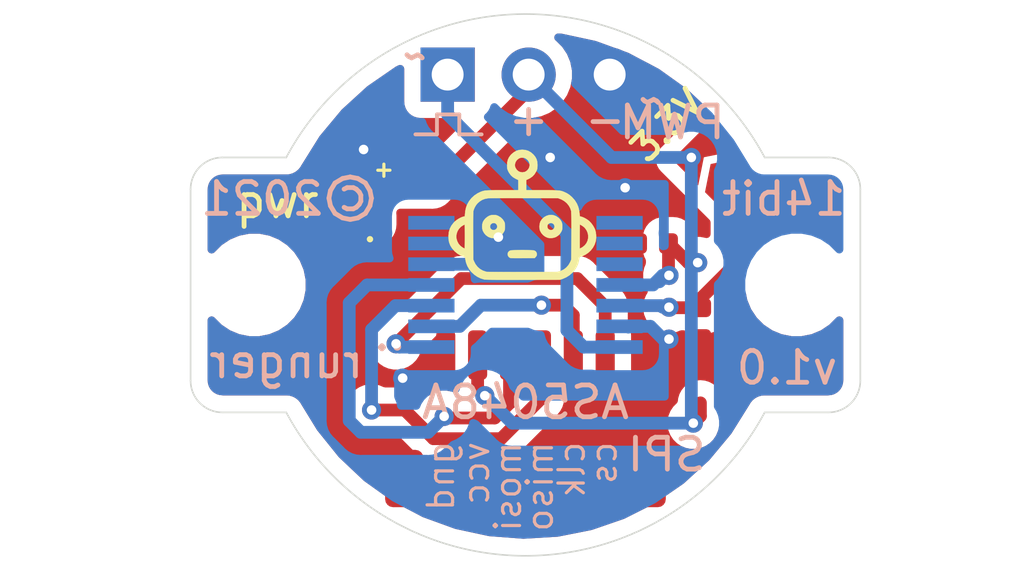
<source format=kicad_pcb>
(kicad_pcb (version 20171130) (host pcbnew "(5.1.6-0-10_14)")

  (general
    (thickness 1.6)
    (drawings 48)
    (tracks 91)
    (zones 0)
    (modules 11)
    (nets 15)
  )

  (page A4)
  (title_block
    (title "Magnetic Encoder")
    (date 2020-09-28)
    (rev 1.1)
    (company "Richard Unger IT Consultung")
    (comment 1 "Based on AS5048B")
    (comment 2 "I2C & PWM interfaces")
  )

  (layers
    (0 F.Cu signal)
    (31 B.Cu signal)
    (32 B.Adhes user hide)
    (33 F.Adhes user hide)
    (34 B.Paste user hide)
    (35 F.Paste user hide)
    (36 B.SilkS user hide)
    (37 F.SilkS user hide)
    (38 B.Mask user)
    (39 F.Mask user hide)
    (40 Dwgs.User user hide)
    (41 Cmts.User user hide)
    (42 Eco1.User user)
    (43 Eco2.User user hide)
    (44 Edge.Cuts user)
    (45 Margin user hide)
    (46 B.CrtYd user hide)
    (47 F.CrtYd user hide)
    (48 B.Fab user hide)
    (49 F.Fab user hide)
  )

  (setup
    (last_trace_width 0.25)
    (user_trace_width 0.25)
    (user_trace_width 0.3)
    (user_trace_width 0.4)
    (user_trace_width 0.5)
    (user_trace_width 1)
    (trace_clearance 0.2)
    (zone_clearance 0.508)
    (zone_45_only no)
    (trace_min 0.2)
    (via_size 0.8)
    (via_drill 0.4)
    (via_min_size 0.4)
    (via_min_drill 0.3)
    (user_via 0.6 0.3)
    (uvia_size 0.3)
    (uvia_drill 0.1)
    (uvias_allowed no)
    (uvia_min_size 0.2)
    (uvia_min_drill 0.1)
    (edge_width 0.05)
    (segment_width 0.2)
    (pcb_text_width 0.3)
    (pcb_text_size 1.5 1.5)
    (mod_edge_width 0.12)
    (mod_text_size 1 1)
    (mod_text_width 0.15)
    (pad_size 1.2 1.8)
    (pad_drill 0)
    (pad_to_mask_clearance 0.05)
    (aux_axis_origin 0 0)
    (grid_origin 117.188 93.312)
    (visible_elements FFFFF77F)
    (pcbplotparams
      (layerselection 0x010fc_ffffffff)
      (usegerberextensions true)
      (usegerberattributes false)
      (usegerberadvancedattributes false)
      (creategerberjobfile false)
      (excludeedgelayer true)
      (linewidth 0.100000)
      (plotframeref false)
      (viasonmask false)
      (mode 1)
      (useauxorigin false)
      (hpglpennumber 1)
      (hpglpenspeed 20)
      (hpglpendiameter 15.000000)
      (psnegative false)
      (psa4output false)
      (plotreference true)
      (plotvalue true)
      (plotinvisibletext false)
      (padsonsilk false)
      (subtractmaskfromsilk false)
      (outputformat 1)
      (mirror false)
      (drillshape 0)
      (scaleselection 1)
      (outputdirectory "v1/"))
  )

  (net 0 "")
  (net 1 GND)
  (net 2 "Net-(C1-Pad1)")
  (net 3 VCC)
  (net 4 "Net-(J2-Pad1)")
  (net 5 "Net-(U1-Pad10)")
  (net 6 "Net-(U1-Pad9)")
  (net 7 "Net-(U1-Pad8)")
  (net 8 "Net-(U1-Pad7)")
  (net 9 "Net-(U1-Pad6)")
  (net 10 "Net-(D1-Pad1)")
  (net 11 CS)
  (net 12 CLK)
  (net 13 MISO)
  (net 14 MOSI)

  (net_class Default "This is the default net class."
    (clearance 0.2)
    (trace_width 0.25)
    (via_dia 0.8)
    (via_drill 0.4)
    (uvia_dia 0.3)
    (uvia_drill 0.1)
    (add_net CLK)
    (add_net CS)
    (add_net GND)
    (add_net MISO)
    (add_net MOSI)
    (add_net "Net-(C1-Pad1)")
    (add_net "Net-(D1-Pad1)")
    (add_net "Net-(J2-Pad1)")
    (add_net "Net-(U1-Pad10)")
    (add_net "Net-(U1-Pad6)")
    (add_net "Net-(U1-Pad7)")
    (add_net "Net-(U1-Pad8)")
    (add_net "Net-(U1-Pad9)")
    (add_net VCC)
  )

  (module Package_SO:TSSOP-14_4.4x5mm_P0.65mm (layer B.Cu) (tedit 6007076C) (tstamp 5F5EFBF2)
    (at 117.188 93.312)
    (descr "14-Lead Plastic Thin Shrink Small Outline (ST)-4.4 mm Body [TSSOP] (see Microchip Packaging Specification 00000049BS.pdf)")
    (tags "SSOP 0.65")
    (path /5F5E846B)
    (attr smd)
    (fp_text reference U1 (at 0 3.55) (layer B.Fab)
      (effects (font (size 0.8 0.8) (thickness 0.125)) (justify mirror))
    )
    (fp_text value AS5048A (at 0 -3.55) (layer B.Fab)
      (effects (font (size 1 1) (thickness 0.15)) (justify mirror))
    )
    (fp_circle (center -4.02 1.94) (end -3.96 1.92) (layer B.SilkS) (width 0.12))
    (fp_line (start -1.2 2.5) (end 2.2 2.5) (layer B.Fab) (width 0.15))
    (fp_line (start 2.2 2.5) (end 2.2 -2.5) (layer B.Fab) (width 0.15))
    (fp_line (start 2.2 -2.5) (end -2.2 -2.5) (layer B.Fab) (width 0.15))
    (fp_line (start -2.2 -2.5) (end -2.2 1.5) (layer B.Fab) (width 0.15))
    (fp_line (start -2.2 1.5) (end -1.2 2.5) (layer B.Fab) (width 0.15))
    (fp_line (start -3.95 2.8) (end -3.95 -2.8) (layer B.CrtYd) (width 0.05))
    (fp_line (start 3.95 2.8) (end 3.95 -2.8) (layer B.CrtYd) (width 0.05))
    (fp_line (start -3.95 2.8) (end 3.95 2.8) (layer B.CrtYd) (width 0.05))
    (fp_line (start -3.95 -2.8) (end 3.95 -2.8) (layer B.CrtYd) (width 0.05))
    (fp_text user %R (at 0 0) (layer B.Fab)
      (effects (font (size 0.8 0.8) (thickness 0.15)) (justify mirror))
    )
    (pad 14 smd rect (at 2.95 1.95) (size 1.45 0.43) (layers B.Cu B.Paste B.Mask)
      (net 4 "Net-(J2-Pad1)"))
    (pad 13 smd rect (at 2.95 1.3) (size 1.45 0.43) (layers B.Cu B.Paste B.Mask)
      (net 1 GND))
    (pad 12 smd rect (at 2.95 0.65) (size 1.45 0.43) (layers B.Cu B.Paste B.Mask)
      (net 2 "Net-(C1-Pad1)"))
    (pad 11 smd rect (at 2.95 0) (size 1.45 0.43) (layers B.Cu B.Paste B.Mask)
      (net 3 VCC))
    (pad 10 smd rect (at 2.95 -0.65) (size 1.45 0.43) (layers B.Cu B.Paste B.Mask)
      (net 5 "Net-(U1-Pad10)"))
    (pad 9 smd rect (at 2.95 -1.3) (size 1.45 0.43) (layers B.Cu B.Paste B.Mask)
      (net 6 "Net-(U1-Pad9)"))
    (pad 8 smd rect (at 2.95 -1.95) (size 1.45 0.43) (layers B.Cu B.Paste B.Mask)
      (net 7 "Net-(U1-Pad8)"))
    (pad 7 smd rect (at -2.95 -1.95) (size 1.45 0.43) (layers B.Cu B.Paste B.Mask)
      (net 8 "Net-(U1-Pad7)"))
    (pad 6 smd rect (at -2.95 -1.3) (size 1.45 0.43) (layers B.Cu B.Paste B.Mask)
      (net 9 "Net-(U1-Pad6)"))
    (pad 5 smd rect (at -2.95 -0.65) (size 1.45 0.43) (layers B.Cu B.Paste B.Mask)
      (net 1 GND))
    (pad 4 smd rect (at -2.95 0) (size 1.45 0.43) (layers B.Cu B.Paste B.Mask)
      (net 14 MOSI))
    (pad 3 smd rect (at -2.95 0.65) (size 1.45 0.43) (layers B.Cu B.Paste B.Mask)
      (net 13 MISO))
    (pad 2 smd rect (at -2.95 1.3) (size 1.45 0.43) (layers B.Cu B.Paste B.Mask)
      (net 12 CLK))
    (pad 1 smd rect (at -2.95 1.95) (size 1.45 0.43) (layers B.Cu B.Paste B.Mask)
      (net 11 CS))
    (model ${KISYS3DMOD}/Package_SO.3dshapes/TSSOP-14_4.4x5mm_P0.65mm.wrl
      (at (xyz 0 0 0))
      (scale (xyz 1 1 1))
      (rotate (xyz 0 0 0))
    )
  )

  (module Connector_JST:JST_SH_SM06B-SRSS-TB_1x06-1MP_P1.00mm_Horizontal (layer F.Cu) (tedit 6002568C) (tstamp 5F67D7A1)
    (at 117.188 97.512)
    (descr "JST SH series connector, SM06B-SRSS-TB (http://www.jst-mfg.com/product/pdf/eng/eSH.pdf), generated with kicad-footprint-generator")
    (tags "connector JST SH top entry")
    (path /5F5F0CC8)
    (attr smd)
    (fp_text reference J1 (at 0 -3.98) (layer F.Fab)
      (effects (font (size 1 1) (thickness 0.15)))
    )
    (fp_text value Conn_01x06 (at 0 3.98) (layer F.Fab)
      (effects (font (size 1 1) (thickness 0.15)))
    )
    (fp_line (start -2.5 -0.967893) (end -2 -1.675) (layer F.Fab) (width 0.1))
    (fp_line (start -3 -1.675) (end -2.5 -0.967893) (layer F.Fab) (width 0.1))
    (fp_line (start 4.9 -3.28) (end -4.9 -3.28) (layer F.CrtYd) (width 0.05))
    (fp_line (start 4.9 3.28) (end 4.9 -3.28) (layer F.CrtYd) (width 0.05))
    (fp_line (start -4.9 3.28) (end 4.9 3.28) (layer F.CrtYd) (width 0.05))
    (fp_line (start -4.9 -3.28) (end -4.9 3.28) (layer F.CrtYd) (width 0.05))
    (fp_line (start 4 -1.675) (end 4 2.575) (layer F.Fab) (width 0.1))
    (fp_line (start -4 -1.675) (end -4 2.575) (layer F.Fab) (width 0.1))
    (fp_line (start -4 2.575) (end 4 2.575) (layer F.Fab) (width 0.1))
    (fp_line (start -4 -1.675) (end 4 -1.675) (layer F.Fab) (width 0.1))
    (fp_text user %R (at 0 0) (layer F.Fab)
      (effects (font (size 1 1) (thickness 0.15)))
    )
    (pad MP smd roundrect (at 3.8 1.875) (size 1.2 1.8) (layers F.Cu F.Paste F.Mask) (roundrect_rratio 0.208)
      (net 1 GND))
    (pad MP smd roundrect (at -3.8 1.875) (size 1.2 1.8) (layers F.Cu F.Paste F.Mask) (roundrect_rratio 0.208)
      (net 1 GND))
    (pad 6 smd roundrect (at 2.5 -2) (size 0.6 1.55) (layers F.Cu F.Paste F.Mask) (roundrect_rratio 0.25)
      (net 11 CS))
    (pad 5 smd roundrect (at 1.5 -2) (size 0.6 1.55) (layers F.Cu F.Paste F.Mask) (roundrect_rratio 0.25)
      (net 12 CLK))
    (pad 4 smd roundrect (at 0.5 -2) (size 0.6 1.55) (layers F.Cu F.Paste F.Mask) (roundrect_rratio 0.25)
      (net 13 MISO))
    (pad 3 smd roundrect (at -0.5 -2) (size 0.6 1.55) (layers F.Cu F.Paste F.Mask) (roundrect_rratio 0.25)
      (net 14 MOSI))
    (pad 2 smd roundrect (at -1.5 -2) (size 0.6 1.55) (layers F.Cu F.Paste F.Mask) (roundrect_rratio 0.25)
      (net 3 VCC))
    (pad 1 smd roundrect (at -2.5 -2) (size 0.6 1.55) (layers F.Cu F.Paste F.Mask) (roundrect_rratio 0.25)
      (net 1 GND))
    (model ${KISYS3DMOD}/Connector_JST.3dshapes/JST_SH_SM06B-SRSS-TB_1x06-1MP_P1.00mm_Horizontal.wrl
      (at (xyz 0 0 0))
      (scale (xyz 1 1 1))
      (rotate (xyz 0 0 0))
    )
    (model :runger3d:jst-sh-smd-connectors-1/SMxxB-SRSS-TB/SM06B-SRSS-TB.STEP
      (offset (xyz 0 1.25 -0.25))
      (scale (xyz 1 1 1))
      (rotate (xyz -90 0 0))
    )
  )

  (module Connector_PinHeader_2.54mm:PinHeader_1x03_P2.54mm_Vertical (layer F.Cu) (tedit 600252D4) (tstamp 5F5EF444)
    (at 114.748 86.712 90)
    (descr "Through hole straight pin header, 1x03, 2.54mm pitch, single row")
    (tags "Through hole pin header THT 1x03 2.54mm single row")
    (path /5F5EA2C6)
    (fp_text reference J2 (at 0 -2.33 90) (layer F.Fab)
      (effects (font (size 1 1) (thickness 0.15)))
    )
    (fp_text value PWM (at 0 7.41 90) (layer F.Fab)
      (effects (font (size 1 1) (thickness 0.15)))
    )
    (fp_line (start 1.8 -1.8) (end -1.8 -1.8) (layer F.CrtYd) (width 0.05))
    (fp_line (start 1.8 6.85) (end 1.8 -1.8) (layer F.CrtYd) (width 0.05))
    (fp_line (start -1.8 6.85) (end 1.8 6.85) (layer F.CrtYd) (width 0.05))
    (fp_line (start -1.8 -1.8) (end -1.8 6.85) (layer F.CrtYd) (width 0.05))
    (fp_line (start -1.27 -0.635) (end -0.635 -1.27) (layer F.Fab) (width 0.1))
    (fp_line (start -1.27 6.35) (end -1.27 -0.635) (layer F.Fab) (width 0.1))
    (fp_line (start 1.27 6.35) (end -1.27 6.35) (layer F.Fab) (width 0.1))
    (fp_line (start 1.27 -1.27) (end 1.27 6.35) (layer F.Fab) (width 0.1))
    (fp_line (start -0.635 -1.27) (end 1.27 -1.27) (layer F.Fab) (width 0.1))
    (fp_text user %R (at 0 2.54 180) (layer F.Fab)
      (effects (font (size 1 1) (thickness 0.15)))
    )
    (pad 3 thru_hole oval (at 0 5.08 90) (size 1.7 1.7) (drill 1) (layers *.Cu *.Mask)
      (net 1 GND))
    (pad 2 thru_hole oval (at 0 2.54 90) (size 1.7 1.7) (drill 1) (layers *.Cu *.Mask)
      (net 3 VCC))
    (pad 1 thru_hole rect (at 0 0 90) (size 1.7 1.7) (drill 1) (layers *.Cu *.Mask)
      (net 4 "Net-(J2-Pad1)"))
  )

  (module Jumper:SolderJumper-2_P1.3mm_Open_TrianglePad1.0x1.5mm locked (layer F.Cu) (tedit 600251EA) (tstamp 5F5EFD9A)
    (at 123.188 89.712 135)
    (descr "SMD Solder Jumper, 1x1.5mm Triangular Pads, 0.3mm gap, open")
    (tags "solder jumper open")
    (path /5F5EAA65)
    (attr virtual)
    (fp_text reference JP1 (at 0 2.1 135) (layer F.SilkS) hide
      (effects (font (size 1 1) (thickness 0.15)))
    )
    (fp_text value "Open 5V Closed 3.3V" (at 0 1.9 135) (layer F.Fab)
      (effects (font (size 1 1) (thickness 0.15)))
    )
    (fp_line (start -1.65 -1.25) (end 1.65 -1.25) (layer F.CrtYd) (width 0.05))
    (fp_line (start -1.65 -1.25) (end -1.65 1.25) (layer F.CrtYd) (width 0.05))
    (fp_line (start 1.65 1.25) (end 1.65 -1.25) (layer F.CrtYd) (width 0.05))
    (fp_line (start 1.65 1.25) (end -1.65 1.25) (layer F.CrtYd) (width 0.05))
    (pad 1 smd custom (at -0.725 0 135) (size 0.3 0.3) (layers F.Cu F.Mask)
      (net 2 "Net-(C1-Pad1)") (zone_connect 2)
      (options (clearance outline) (anchor rect))
      (primitives
        (gr_poly (pts
           (xy -0.5 -0.75) (xy 0.5 -0.75) (xy 1 0) (xy 0.5 0.75) (xy -0.5 0.75)
) (width 0))
      ))
    (pad 2 smd custom (at 0.725 0 135) (size 0.3 0.3) (layers F.Cu F.Mask)
      (net 3 VCC) (zone_connect 2)
      (options (clearance outline) (anchor rect))
      (primitives
        (gr_poly (pts
           (xy -0.65 -0.75) (xy 0.5 -0.75) (xy 0.5 0.75) (xy -0.65 0.75) (xy -0.15 0)
) (width 0))
      ))
  )

  (module MountingHole:MountingHole_2.2mm_M2 (layer F.Cu) (tedit 56D1B4CB) (tstamp 5F67D388)
    (at 108.688 93.312)
    (descr "Mounting Hole 2.2mm, no annular, M2")
    (tags "mounting hole 2.2mm no annular m2")
    (path /5F62012C)
    (attr virtual)
    (fp_text reference H2 (at 0 -3.2) (layer F.SilkS) hide
      (effects (font (size 1 1) (thickness 0.15)))
    )
    (fp_text value MountingHole (at 0 3.2) (layer F.Fab)
      (effects (font (size 1 1) (thickness 0.15)))
    )
    (fp_circle (center 0 0) (end 2.2 0) (layer Cmts.User) (width 0.15))
    (fp_circle (center 0 0) (end 2.45 0) (layer F.CrtYd) (width 0.05))
    (fp_text user %R (at 0.3 0) (layer F.Fab)
      (effects (font (size 1 1) (thickness 0.15)))
    )
    (pad 1 np_thru_hole circle (at 0 0) (size 2.2 2.2) (drill 2.2) (layers *.Cu *.Mask))
  )

  (module Symbol:Robo_logo locked (layer F.Cu) (tedit 5F710FE5) (tstamp 5F71596E)
    (at 117.088 91.112)
    (attr virtual)
    (fp_text reference G*** (at 0 -2.54) (layer F.Fab) hide
      (effects (font (size 1.524 1.524) (thickness 0.3)))
    )
    (fp_text value LOGO (at 0 3.81) (layer F.Fab) hide
      (effects (font (size 1.524 1.524) (thickness 0.3)))
    )
    (fp_poly (pts (xy 0.986438 0.014923) (xy 1.060362 0.044017) (xy 1.127592 0.088719) (xy 1.161498 0.120766)
      (xy 1.203048 0.170304) (xy 1.230682 0.217184) (xy 1.246804 0.267721) (xy 1.253812 0.328229)
      (xy 1.254653 0.36576) (xy 1.253911 0.414946) (xy 1.250751 0.450757) (xy 1.243964 0.480101)
      (xy 1.232341 0.509888) (xy 1.22763 0.520156) (xy 1.185181 0.58825) (xy 1.127574 0.647261)
      (xy 1.059504 0.692457) (xy 1.054096 0.695163) (xy 0.994477 0.716172) (xy 0.926104 0.727373)
      (xy 0.857164 0.728111) (xy 0.795845 0.717726) (xy 0.79116 0.716282) (xy 0.717714 0.682449)
      (xy 0.651949 0.632363) (xy 0.597684 0.569722) (xy 0.558734 0.498223) (xy 0.55447 0.487022)
      (xy 0.541188 0.427663) (xy 0.538719 0.364108) (xy 0.7874 0.364108) (xy 0.790132 0.400703)
      (xy 0.800213 0.426279) (xy 0.81224 0.441364) (xy 0.849739 0.468228) (xy 0.893251 0.479195)
      (xy 0.93707 0.473905) (xy 0.975492 0.451998) (xy 0.975831 0.451693) (xy 1.001822 0.416117)
      (xy 1.012073 0.374572) (xy 1.007006 0.33252) (xy 0.987043 0.295425) (xy 0.962106 0.273872)
      (xy 0.915745 0.255793) (xy 0.870018 0.257052) (xy 0.828082 0.277431) (xy 0.82058 0.283646)
      (xy 0.800035 0.304795) (xy 0.79026 0.325783) (xy 0.787457 0.355817) (xy 0.7874 0.364108)
      (xy 0.538719 0.364108) (xy 0.53853 0.359264) (xy 0.545973 0.289777) (xy 0.562998 0.227152)
      (xy 0.572955 0.204665) (xy 0.620513 0.133516) (xy 0.682451 0.076017) (xy 0.756986 0.033504)
      (xy 0.834304 0.008956) (xy 0.90977 0.002786) (xy 0.986438 0.014923)) (layer F.SilkS) (width 0.01))
    (fp_poly (pts (xy -0.852964 0.006741) (xy -0.817725 0.011646) (xy -0.784163 0.022321) (xy -0.750304 0.037274)
      (xy -0.673759 0.083754) (xy -0.612127 0.14399) (xy -0.571847 0.205393) (xy -0.558897 0.231799)
      (xy -0.55062 0.255572) (xy -0.54599 0.282534) (xy -0.54398 0.318509) (xy -0.54356 0.36576)
      (xy -0.54392 0.414476) (xy -0.545819 0.448904) (xy -0.550486 0.475073) (xy -0.559149 0.499011)
      (xy -0.573038 0.526749) (xy -0.578408 0.536712) (xy -0.627833 0.608228) (xy -0.689348 0.664085)
      (xy -0.761289 0.703224) (xy -0.841998 0.724585) (xy -0.878285 0.728009) (xy -0.922977 0.727777)
      (xy -0.96726 0.723815) (xy -0.996902 0.718102) (xy -1.071873 0.6867) (xy -1.138466 0.638469)
      (xy -1.193765 0.576147) (xy -1.234861 0.502475) (xy -1.240146 0.489229) (xy -1.254921 0.428174)
      (xy -1.257529 0.379922) (xy -1.011775 0.379922) (xy -1.000461 0.419396) (xy -0.976344 0.450614)
      (xy -0.942976 0.471496) (xy -0.903905 0.479966) (xy -0.862681 0.473947) (xy -0.822855 0.45136)
      (xy -0.816409 0.445657) (xy -0.792327 0.410916) (xy -0.784475 0.37133) (xy -0.79105 0.331419)
      (xy -0.810248 0.295701) (xy -0.840265 0.268694) (xy -0.879298 0.254916) (xy -0.892911 0.254037)
      (xy -0.940383 0.262888) (xy -0.978565 0.287515) (xy -1.003588 0.325192) (xy -1.006738 0.334267)
      (xy -1.011775 0.379922) (xy -1.257529 0.379922) (xy -1.258686 0.358539) (xy -1.251704 0.288652)
      (xy -1.234236 0.226841) (xy -1.231721 0.220972) (xy -1.197754 0.164248) (xy -1.14968 0.109757)
      (xy -1.093386 0.063333) (xy -1.04366 0.034658) (xy -1.004496 0.018692) (xy -0.969085 0.009806)
      (xy -0.928075 0.006124) (xy -0.89916 0.005634) (xy -0.852964 0.006741)) (layer F.SilkS) (width 0.01))
    (fp_poly (pts (xy 0.109648 1.108074) (xy 0.181977 1.108995) (xy 0.246828 1.110394) (xy 0.301111 1.112273)
      (xy 0.34174 1.11463) (xy 0.365625 1.117466) (xy 0.367646 1.117953) (xy 0.411414 1.139753)
      (xy 0.441917 1.175255) (xy 0.456393 1.220837) (xy 0.4572 1.235368) (xy 0.454299 1.267576)
      (xy 0.442839 1.293313) (xy 0.42243 1.318409) (xy 0.38766 1.35636) (xy 0.01349 1.358862)
      (xy -0.086109 1.359423) (xy -0.167411 1.359599) (xy -0.232438 1.359326) (xy -0.283212 1.35854)
      (xy -0.321753 1.357174) (xy -0.350083 1.355164) (xy -0.370224 1.352446) (xy -0.384195 1.348955)
      (xy -0.391682 1.34587) (xy -0.427256 1.31781) (xy -0.449564 1.279059) (xy -0.457458 1.23505)
      (xy -0.449786 1.191222) (xy -0.431147 1.159316) (xy -0.403631 1.135638) (xy -0.3711 1.119007)
      (xy -0.367647 1.117953) (xy -0.34666 1.115042) (xy -0.308447 1.11261) (xy -0.256096 1.110656)
      (xy -0.192694 1.109182) (xy -0.121331 1.108186) (xy -0.045094 1.10767) (xy 0.032928 1.107633)
      (xy 0.109648 1.108074)) (layer F.SilkS) (width 0.01))
    (fp_poly (pts (xy 0.097813 -2.033273) (xy 0.186492 -2.006246) (xy 0.268214 -1.96053) (xy 0.34422 -1.895576)
      (xy 0.353277 -1.886187) (xy 0.40812 -1.817965) (xy 0.44613 -1.745631) (xy 0.4685 -1.665749)
      (xy 0.476428 -1.574883) (xy 0.475802 -1.534168) (xy 0.473144 -1.485324) (xy 0.468585 -1.449197)
      (xy 0.460295 -1.418185) (xy 0.446443 -1.384687) (xy 0.433155 -1.3571) (xy 0.38195 -1.273063)
      (xy 0.318455 -1.204615) (xy 0.240771 -1.149882) (xy 0.203514 -1.13056) (xy 0.122471 -1.0922)
      (xy 0.122195 -0.93218) (xy 0.12192 -0.77216) (xy 0.61722 -0.771984) (xy 0.739095 -0.77186)
      (xy 0.842638 -0.771477) (xy 0.929835 -0.770681) (xy 1.002672 -0.769317) (xy 1.063137 -0.767231)
      (xy 1.113215 -0.764267) (xy 1.154894 -0.760272) (xy 1.19016 -0.755089) (xy 1.221001 -0.748566)
      (xy 1.249402 -0.740546) (xy 1.277351 -0.730876) (xy 1.306834 -0.719399) (xy 1.310281 -0.71801)
      (xy 1.397129 -0.677159) (xy 1.47441 -0.627391) (xy 1.549244 -0.563975) (xy 1.565153 -0.54864)
      (xy 1.64756 -0.454337) (xy 1.711593 -0.351364) (xy 1.751969 -0.255855) (xy 1.769983 -0.192551)
      (xy 1.784764 -0.121009) (xy 1.794734 -0.05026) (xy 1.79832 0.009764) (xy 1.799879 0.035382)
      (xy 1.808524 0.047841) (xy 1.830203 0.05427) (xy 1.83642 0.055422) (xy 1.883138 0.069054)
      (xy 1.938766 0.093237) (xy 1.997289 0.12473) (xy 2.052698 0.160289) (xy 2.098981 0.196672)
      (xy 2.100044 0.197632) (xy 2.166196 0.267786) (xy 2.224251 0.349103) (xy 2.269513 0.43461)
      (xy 2.283777 0.47065) (xy 2.302854 0.544344) (xy 2.313502 0.62867) (xy 2.315313 0.715594)
      (xy 2.307882 0.797078) (xy 2.301839 0.82804) (xy 2.267383 0.931737) (xy 2.21538 1.028275)
      (xy 2.148023 1.115306) (xy 2.067506 1.190481) (xy 1.976023 1.251453) (xy 1.875768 1.295873)
      (xy 1.859849 1.301043) (xy 1.828188 1.312774) (xy 1.805002 1.324939) (xy 1.797128 1.332267)
      (xy 1.792292 1.348767) (xy 1.786004 1.37906) (xy 1.779571 1.416808) (xy 1.779154 1.419531)
      (xy 1.752587 1.528373) (xy 1.707662 1.632248) (xy 1.646122 1.729159) (xy 1.569712 1.817109)
      (xy 1.480174 1.8941) (xy 1.379254 1.958136) (xy 1.268694 2.007217) (xy 1.26492 2.008553)
      (xy 1.18364 2.03708) (xy 0.0254 2.038938) (xy -0.160295 2.039194) (xy -0.326694 2.039328)
      (xy -0.474822 2.03933) (xy -0.605704 2.039191) (xy -0.720364 2.0389) (xy -0.819827 2.038449)
      (xy -0.905117 2.037826) (xy -0.977259 2.037023) (xy -1.037276 2.036031) (xy -1.086194 2.034838)
      (xy -1.125037 2.033435) (xy -1.15483 2.031814) (xy -1.176596 2.029963) (xy -1.191361 2.027873)
      (xy -1.1938 2.027374) (xy -1.304486 1.993291) (xy -1.408518 1.942326) (xy -1.503918 1.876537)
      (xy -1.588705 1.797979) (xy -1.660899 1.708708) (xy -1.718521 1.610779) (xy -1.75959 1.50625)
      (xy -1.779155 1.419531) (xy -1.78555 1.381502) (xy -1.79189 1.35049) (xy -1.796869 1.332833)
      (xy -1.797129 1.332267) (xy -1.810012 1.321823) (xy -1.836099 1.309459) (xy -1.85985 1.301043)
      (xy -1.949042 1.26608) (xy -2.030205 1.217852) (xy -2.108185 1.153335) (xy -2.128746 1.13331)
      (xy -2.202097 1.048655) (xy -2.25641 0.959996) (xy -2.292558 0.865054) (xy -2.311415 0.76155)
      (xy -2.313737 0.661106) (xy -2.069701 0.661106) (xy -2.064993 0.741119) (xy -2.064803 0.742151)
      (xy -2.039303 0.831107) (xy -1.998459 0.908416) (xy -1.952029 0.963925) (xy -1.920202 0.991581)
      (xy -1.88405 1.017948) (xy -1.848823 1.039695) (xy -1.819771 1.05349) (xy -1.80594 1.056631)
      (xy -1.804215 1.046846) (xy -1.802626 1.018977) (xy -1.801219 0.975261) (xy -1.80004 0.917932)
      (xy -1.799134 0.849229) (xy -1.798546 0.771386) (xy -1.798321 0.68664) (xy -1.79832 0.68072)
      (xy -1.798462 0.595587) (xy -1.798863 0.517207) (xy -1.799493 0.447814) (xy -1.80032 0.389645)
      (xy -1.800338 0.388824) (xy -1.54274 0.388824) (xy -1.542529 0.535018) (xy -1.542104 0.666108)
      (xy -1.53924 1.397) (xy -1.515308 1.456336) (xy -1.467107 1.550437) (xy -1.404381 1.631517)
      (xy -1.328757 1.698202) (xy -1.241861 1.749117) (xy -1.14532 1.782889) (xy -1.12268 1.787936)
      (xy -1.10573 1.789301) (xy -1.070106 1.790558) (xy -1.017456 1.791708) (xy -0.949427 1.792749)
      (xy -0.867665 1.793681) (xy -0.773818 1.794502) (xy -0.669531 1.795214) (xy -0.556453 1.795814)
      (xy -0.436228 1.796302) (xy -0.310505 1.796677) (xy -0.180931 1.79694) (xy -0.049151 1.797088)
      (xy 0.083187 1.797122) (xy 0.214437 1.797041) (xy 0.342951 1.796844) (xy 0.467084 1.79653)
      (xy 0.585187 1.796099) (xy 0.695615 1.79555) (xy 0.796721 1.794883) (xy 0.886857 1.794096)
      (xy 0.964377 1.793189) (xy 1.027635 1.792162) (xy 1.074983 1.791014) (xy 1.104775 1.789744)
      (xy 1.114014 1.788839) (xy 1.21477 1.759864) (xy 1.305507 1.713636) (xy 1.384854 1.651291)
      (xy 1.451441 1.573965) (xy 1.503899 1.482793) (xy 1.515307 1.456336) (xy 1.53924 1.397)
      (xy 1.542068 0.674918) (xy 1.79832 0.674918) (xy 1.79832 1.058009) (xy 1.82118 1.051365)
      (xy 1.841503 1.042282) (xy 1.871333 1.025356) (xy 1.898977 1.007702) (xy 1.964323 0.952274)
      (xy 2.014104 0.88628) (xy 2.048092 0.812482) (xy 2.06606 0.733646) (xy 2.06778 0.652533)
      (xy 2.053025 0.571909) (xy 2.021565 0.494536) (xy 1.973174 0.423177) (xy 1.949301 0.397211)
      (xy 1.923071 0.374374) (xy 1.890114 0.35027) (xy 1.855868 0.328353) (xy 1.82577 0.312075)
      (xy 1.80526 0.304887) (xy 1.803737 0.3048) (xy 1.802511 0.314587) (xy 1.801383 0.34246)
      (xy 1.800383 0.386185) (xy 1.799545 0.443528) (xy 1.7989 0.512253) (xy 1.798481 0.590128)
      (xy 1.79832 0.674918) (xy 1.542068 0.674918) (xy 1.542103 0.666108) (xy 1.542599 0.497897)
      (xy 1.54269 0.349966) (xy 1.542376 0.22228) (xy 1.541655 0.114804) (xy 1.540528 0.027501)
      (xy 1.538994 -0.039662) (xy 1.537053 -0.086723) (xy 1.534705 -0.113716) (xy 1.534153 -0.116872)
      (xy 1.505381 -0.206853) (xy 1.458852 -0.290619) (xy 1.396771 -0.365731) (xy 1.321347 -0.429749)
      (xy 1.234787 -0.480235) (xy 1.187567 -0.499805) (xy 1.12268 -0.52324) (xy 0.06096 -0.52619)
      (xy -0.121935 -0.526594) (xy -0.291295 -0.526757) (xy -0.446409 -0.526683) (xy -0.586564 -0.526377)
      (xy -0.71105 -0.525842) (xy -0.819155 -0.525084) (xy -0.910166 -0.524108) (xy -0.983372 -0.522917)
      (xy -1.038061 -0.521516) (xy -1.073521 -0.519909) (xy -1.084301 -0.518973) (xy -1.179842 -0.499897)
      (xy -1.264409 -0.466246) (xy -1.342058 -0.415999) (xy -1.405094 -0.359298) (xy -1.448956 -0.305335)
      (xy -1.488414 -0.239423) (xy -1.518989 -0.169931) (xy -1.533737 -0.11888) (xy -1.536183 -0.098098)
      (xy -1.538233 -0.060901) (xy -1.539893 -0.006788) (xy -1.541168 0.06474) (xy -1.542064 0.154185)
      (xy -1.542586 0.262046) (xy -1.54274 0.388824) (xy -1.800338 0.388824) (xy -1.80131 0.344937)
      (xy -1.802432 0.315925) (xy -1.803653 0.304846) (xy -1.803738 0.3048) (xy -1.815097 0.30903)
      (xy -1.838533 0.319909) (xy -1.858339 0.329722) (xy -1.925864 0.37472) (xy -1.982583 0.433994)
      (xy -2.026675 0.503907) (xy -2.056322 0.580823) (xy -2.069701 0.661106) (xy -2.313737 0.661106)
      (xy -2.313989 0.65024) (xy -2.300325 0.536454) (xy -2.269047 0.432407) (xy -2.219626 0.336961)
      (xy -2.151529 0.248981) (xy -2.104251 0.201827) (xy -2.055759 0.162847) (xy -1.998681 0.125465)
      (xy -1.938894 0.092906) (xy -1.882278 0.068396) (xy -1.837853 0.055691) (xy -1.801186 0.049076)
      (xy -1.794474 -0.038236) (xy -1.781416 -0.144723) (xy -1.758995 -0.238269) (xy -1.727587 -0.320816)
      (xy -1.668331 -0.427322) (xy -1.592792 -0.523024) (xy -1.502942 -0.606046) (xy -1.400753 -0.674511)
      (xy -1.310282 -0.71801) (xy -1.280506 -0.729696) (xy -1.252485 -0.739559) (xy -1.224232 -0.747754)
      (xy -1.19376 -0.754436) (xy -1.159082 -0.759759) (xy -1.118211 -0.763878) (xy -1.069161 -0.766948)
      (xy -1.009945 -0.769124) (xy -0.938576 -0.77056) (xy -0.853068 -0.771412) (xy -0.751434 -0.771833)
      (xy -0.631687 -0.771978) (xy -0.61722 -0.771984) (xy -0.12192 -0.77216) (xy -0.122472 -1.0922)
      (xy -0.203515 -1.13056) (xy -0.287715 -1.1801) (xy -0.356929 -1.242569) (xy -0.413057 -1.31984)
      (xy -0.433156 -1.3571) (xy -0.451754 -1.39651) (xy -0.463563 -1.428344) (xy -0.470417 -1.460207)
      (xy -0.474144 -1.499698) (xy -0.475803 -1.534168) (xy -0.47547 -1.54385) (xy -0.232207 -1.54385)
      (xy -0.226704 -1.511201) (xy -0.212015 -1.473437) (xy -0.210775 -1.470716) (xy -0.173627 -1.411857)
      (xy -0.1245 -1.368254) (xy -0.06612 -1.341137) (xy -0.001214 -1.331737) (xy 0.067493 -1.341287)
      (xy 0.072558 -1.342752) (xy 0.124102 -1.367849) (xy 0.170263 -1.408459) (xy 0.20593 -1.459777)
      (xy 0.213119 -1.474894) (xy 0.230063 -1.538334) (xy 0.228163 -1.602024) (xy 0.20856 -1.662537)
      (xy 0.172395 -1.716447) (xy 0.120809 -1.760327) (xy 0.117368 -1.762492) (xy 0.085246 -1.780217)
      (xy 0.056158 -1.789549) (xy 0.020627 -1.792969) (xy 0 -1.79324) (xy -0.041527 -1.791671)
      (xy -0.072343 -1.785309) (xy -0.101926 -1.77167) (xy -0.117369 -1.762492) (xy -0.170455 -1.718251)
      (xy -0.208183 -1.661915) (xy -0.228624 -1.596556) (xy -0.230486 -1.5825) (xy -0.232207 -1.54385)
      (xy -0.47547 -1.54385) (xy -0.472336 -1.634808) (xy -0.452825 -1.724048) (xy -0.416505 -1.803885)
      (xy -0.362609 -1.876319) (xy -0.332953 -1.906526) (xy -0.257649 -1.967521) (xy -0.179661 -2.009557)
      (xy -0.095663 -2.033983) (xy -0.002332 -2.042152) (xy 0.000938 -2.042161) (xy 0.097813 -2.033273)) (layer F.SilkS) (width 0.01))
  )

  (module Resistor_SMD:R_0402_1005Metric (layer F.Cu) (tedit 5B301BBD) (tstamp 5F70CDA5)
    (at 111.313 90.787 270)
    (descr "Resistor SMD 0402 (1005 Metric), square (rectangular) end terminal, IPC_7351 nominal, (Body size source: http://www.tortai-tech.com/upload/download/2011102023233369053.pdf), generated with kicad-footprint-generator")
    (tags resistor)
    (path /5F70E0DB)
    (attr smd)
    (fp_text reference R5 (at 0 -1.17 90) (layer F.SilkS) hide
      (effects (font (size 1 1) (thickness 0.15)))
    )
    (fp_text value 4.7kΩ (at 0 1.17 90) (layer F.Fab)
      (effects (font (size 1 1) (thickness 0.15)))
    )
    (fp_line (start -0.5 0.25) (end -0.5 -0.25) (layer F.Fab) (width 0.1))
    (fp_line (start -0.5 -0.25) (end 0.5 -0.25) (layer F.Fab) (width 0.1))
    (fp_line (start 0.5 -0.25) (end 0.5 0.25) (layer F.Fab) (width 0.1))
    (fp_line (start 0.5 0.25) (end -0.5 0.25) (layer F.Fab) (width 0.1))
    (fp_line (start -0.93 0.47) (end -0.93 -0.47) (layer F.CrtYd) (width 0.05))
    (fp_line (start -0.93 -0.47) (end 0.93 -0.47) (layer F.CrtYd) (width 0.05))
    (fp_line (start 0.93 -0.47) (end 0.93 0.47) (layer F.CrtYd) (width 0.05))
    (fp_line (start 0.93 0.47) (end -0.93 0.47) (layer F.CrtYd) (width 0.05))
    (fp_text user %R (at 0 0 90) (layer F.Fab)
      (effects (font (size 0.25 0.25) (thickness 0.04)))
    )
    (pad 2 smd roundrect (at 0.485 0 270) (size 0.59 0.64) (layers F.Cu F.Paste F.Mask) (roundrect_rratio 0.25)
      (net 10 "Net-(D1-Pad1)"))
    (pad 1 smd roundrect (at -0.485 0 270) (size 0.59 0.64) (layers F.Cu F.Paste F.Mask) (roundrect_rratio 0.25)
      (net 1 GND))
    (model ${KISYS3DMOD}/Resistor_SMD.3dshapes/R_0402_1005Metric.wrl
      (at (xyz 0 0 0))
      (scale (xyz 1 1 1))
      (rotate (xyz 0 0 0))
    )
  )

  (module LED_SMD:LED_0402_1005Metric (layer F.Cu) (tedit 5B301BBE) (tstamp 5F70CCA8)
    (at 112.313 90.787 90)
    (descr "LED SMD 0402 (1005 Metric), square (rectangular) end terminal, IPC_7351 nominal, (Body size source: http://www.tortai-tech.com/upload/download/2011102023233369053.pdf), generated with kicad-footprint-generator")
    (tags LED)
    (path /5F70C0F4)
    (attr smd)
    (fp_text reference D1 (at 0 -1.17 90) (layer F.SilkS) hide
      (effects (font (size 1 1) (thickness 0.15)))
    )
    (fp_text value "LED (green)" (at 0 1.17 90) (layer F.Fab)
      (effects (font (size 1 1) (thickness 0.15)))
    )
    (fp_circle (center -1.09 0) (end -1.04 0) (layer F.SilkS) (width 0.1))
    (fp_line (start -0.5 0.25) (end -0.5 -0.25) (layer F.Fab) (width 0.1))
    (fp_line (start -0.5 -0.25) (end 0.5 -0.25) (layer F.Fab) (width 0.1))
    (fp_line (start 0.5 -0.25) (end 0.5 0.25) (layer F.Fab) (width 0.1))
    (fp_line (start 0.5 0.25) (end -0.5 0.25) (layer F.Fab) (width 0.1))
    (fp_line (start -0.4 0.25) (end -0.4 -0.25) (layer F.Fab) (width 0.1))
    (fp_line (start -0.3 0.25) (end -0.3 -0.25) (layer F.Fab) (width 0.1))
    (fp_line (start -0.93 0.47) (end -0.93 -0.47) (layer F.CrtYd) (width 0.05))
    (fp_line (start -0.93 -0.47) (end 0.93 -0.47) (layer F.CrtYd) (width 0.05))
    (fp_line (start 0.93 -0.47) (end 0.93 0.47) (layer F.CrtYd) (width 0.05))
    (fp_line (start 0.93 0.47) (end -0.93 0.47) (layer F.CrtYd) (width 0.05))
    (fp_text user %R (at 0 0 90) (layer F.Fab)
      (effects (font (size 0.25 0.25) (thickness 0.04)))
    )
    (pad 2 smd roundrect (at 0.485 0 90) (size 0.59 0.64) (layers F.Cu F.Paste F.Mask) (roundrect_rratio 0.25)
      (net 3 VCC))
    (pad 1 smd roundrect (at -0.485 0 90) (size 0.59 0.64) (layers F.Cu F.Paste F.Mask) (roundrect_rratio 0.25)
      (net 10 "Net-(D1-Pad1)"))
    (model ${KISYS3DMOD}/LED_SMD.3dshapes/LED_0402_1005Metric.wrl
      (at (xyz 0 0 0))
      (scale (xyz 1 1 1))
      (rotate (xyz 0 0 0))
    )
  )

  (module MountingHole:MountingHole_2.2mm_M2 (layer F.Cu) (tedit 56D1B4CB) (tstamp 5F5F2846)
    (at 125.688 93.312)
    (descr "Mounting Hole 2.2mm, no annular, M2")
    (tags "mounting hole 2.2mm no annular m2")
    (path /5F61FBB4)
    (attr virtual)
    (fp_text reference H1 (at 0 -3.2) (layer F.SilkS) hide
      (effects (font (size 1 1) (thickness 0.15)))
    )
    (fp_text value MountingHole (at 0 3.2) (layer F.Fab)
      (effects (font (size 1 1) (thickness 0.15)))
    )
    (fp_circle (center 0 0) (end 2.2 0) (layer Cmts.User) (width 0.15))
    (fp_circle (center 0 0) (end 2.45 0) (layer F.CrtYd) (width 0.05))
    (fp_text user %R (at 0.3 0) (layer F.Fab)
      (effects (font (size 1 1) (thickness 0.15)))
    )
    (pad 1 np_thru_hole circle (at 0 0) (size 2.2 2.2) (drill 2.2) (layers *.Cu *.Mask))
  )

  (module Capacitor_SMD:C_0402_1005Metric (layer F.Cu) (tedit 5B301BBE) (tstamp 5F5EF3E0)
    (at 121.188 92.012)
    (descr "Capacitor SMD 0402 (1005 Metric), square (rectangular) end terminal, IPC_7351 nominal, (Body size source: http://www.tortai-tech.com/upload/download/2011102023233369053.pdf), generated with kicad-footprint-generator")
    (tags capacitor)
    (path /5F5F7BEB)
    (attr smd)
    (fp_text reference C2 (at 0 1.143 180) (layer F.SilkS) hide
      (effects (font (size 1 1) (thickness 0.15)))
    )
    (fp_text value 100nF (at 0 1.17) (layer F.Fab)
      (effects (font (size 1 1) (thickness 0.15)))
    )
    (fp_line (start -0.5 0.25) (end -0.5 -0.25) (layer F.Fab) (width 0.1))
    (fp_line (start -0.5 -0.25) (end 0.5 -0.25) (layer F.Fab) (width 0.1))
    (fp_line (start 0.5 -0.25) (end 0.5 0.25) (layer F.Fab) (width 0.1))
    (fp_line (start 0.5 0.25) (end -0.5 0.25) (layer F.Fab) (width 0.1))
    (fp_line (start -0.93 0.47) (end -0.93 -0.47) (layer F.CrtYd) (width 0.05))
    (fp_line (start -0.93 -0.47) (end 0.93 -0.47) (layer F.CrtYd) (width 0.05))
    (fp_line (start 0.93 -0.47) (end 0.93 0.47) (layer F.CrtYd) (width 0.05))
    (fp_line (start 0.93 0.47) (end -0.93 0.47) (layer F.CrtYd) (width 0.05))
    (fp_text user %R (at 0 0) (layer F.Fab)
      (effects (font (size 0.25 0.25) (thickness 0.04)))
    )
    (pad 2 smd roundrect (at 0.485 0) (size 0.59 0.64) (layers F.Cu F.Paste F.Mask) (roundrect_rratio 0.25)
      (net 3 VCC))
    (pad 1 smd roundrect (at -0.485 0) (size 0.59 0.64) (layers F.Cu F.Paste F.Mask) (roundrect_rratio 0.25)
      (net 1 GND))
    (model ${KISYS3DMOD}/Capacitor_SMD.3dshapes/C_0402_1005Metric.wrl
      (at (xyz 0 0 0))
      (scale (xyz 1 1 1))
      (rotate (xyz 0 0 0))
    )
  )

  (module Capacitor_SMD:C_0402_1005Metric (layer F.Cu) (tedit 5B301BBE) (tstamp 5F70E9FD)
    (at 122.688 94.512 270)
    (descr "Capacitor SMD 0402 (1005 Metric), square (rectangular) end terminal, IPC_7351 nominal, (Body size source: http://www.tortai-tech.com/upload/download/2011102023233369053.pdf), generated with kicad-footprint-generator")
    (tags capacitor)
    (path /5F5F39E8)
    (attr smd)
    (fp_text reference C1 (at -1.485 0.2 90) (layer F.SilkS) hide
      (effects (font (size 1 1) (thickness 0.15)))
    )
    (fp_text value 10µF (at 0 1.17 90) (layer F.Fab)
      (effects (font (size 1 1) (thickness 0.15)))
    )
    (fp_line (start -0.5 0.25) (end -0.5 -0.25) (layer F.Fab) (width 0.1))
    (fp_line (start -0.5 -0.25) (end 0.5 -0.25) (layer F.Fab) (width 0.1))
    (fp_line (start 0.5 -0.25) (end 0.5 0.25) (layer F.Fab) (width 0.1))
    (fp_line (start 0.5 0.25) (end -0.5 0.25) (layer F.Fab) (width 0.1))
    (fp_line (start -0.93 0.47) (end -0.93 -0.47) (layer F.CrtYd) (width 0.05))
    (fp_line (start -0.93 -0.47) (end 0.93 -0.47) (layer F.CrtYd) (width 0.05))
    (fp_line (start 0.93 -0.47) (end 0.93 0.47) (layer F.CrtYd) (width 0.05))
    (fp_line (start 0.93 0.47) (end -0.93 0.47) (layer F.CrtYd) (width 0.05))
    (fp_text user %R (at 0 0 90) (layer F.Fab)
      (effects (font (size 0.25 0.25) (thickness 0.04)))
    )
    (pad 2 smd roundrect (at 0.485 0 270) (size 0.59 0.64) (layers F.Cu F.Paste F.Mask) (roundrect_rratio 0.25)
      (net 1 GND))
    (pad 1 smd roundrect (at -0.485 0 270) (size 0.59 0.64) (layers F.Cu F.Paste F.Mask) (roundrect_rratio 0.25)
      (net 2 "Net-(C1-Pad1)"))
    (model ${KISYS3DMOD}/Capacitor_SMD.3dshapes/C_0402_1005Metric.wrl
      (at (xyz 0 0 0))
      (scale (xyz 1 1 1))
      (rotate (xyz 0 0 0))
    )
  )

  (gr_line (start 132.758 93.362) (end 126.878 93.362) (layer Eco1.User) (width 0.15))
  (gr_line (start 100.788 93.342) (end 107.388 93.342) (layer Eco1.User) (width 0.15))
  (gr_arc (start 126.688 96.312) (end 126.688 97.312) (angle -90) (layer Edge.Cuts) (width 0.05))
  (gr_arc (start 126.688 90.312) (end 127.688 90.312) (angle -90) (layer Edge.Cuts) (width 0.05))
  (gr_arc (start 107.688 96.312) (end 106.688 96.312) (angle -90) (layer Edge.Cuts) (width 0.05))
  (gr_arc (start 107.688 90.312) (end 107.688 89.312) (angle -90) (layer Edge.Cuts) (width 0.05))
  (gr_line (start 115.113 88.587) (end 115.813 88.587) (layer B.SilkS) (width 0.12))
  (gr_line (start 115.113 87.962) (end 115.113 88.587) (layer B.SilkS) (width 0.12))
  (gr_line (start 114.413 87.962) (end 115.113 87.962) (layer B.SilkS) (width 0.12))
  (gr_line (start 114.413 88.587) (end 114.413 87.962) (layer B.SilkS) (width 0.12))
  (gr_line (start 113.738 88.587) (end 114.413 88.587) (layer B.SilkS) (width 0.12))
  (gr_text gnd (at 114.538 98.167 90) (layer B.SilkS) (tstamp 6002C3F5)
    (effects (font (size 0.8 0.8) (thickness 0.1)) (justify left mirror))
  )
  (gr_text vcc (at 115.638 98.167 90) (layer B.SilkS) (tstamp 6002C3F3)
    (effects (font (size 0.8 0.8) (thickness 0.1)) (justify left mirror))
  )
  (gr_text mosi (at 116.638 98.167 90) (layer B.SilkS) (tstamp 6002C3F1)
    (effects (font (size 0.8 0.8) (thickness 0.1)) (justify left mirror))
  )
  (gr_text miso (at 117.638 98.167 90) (layer B.SilkS) (tstamp 6002C3EF)
    (effects (font (size 0.8 0.8) (thickness 0.1)) (justify left mirror))
  )
  (gr_text clk (at 118.638 98.167 90) (layer B.SilkS) (tstamp 6002C3ED)
    (effects (font (size 0.8 0.8) (thickness 0.1)) (justify left mirror))
  )
  (gr_text AS5048A (at 117.188 96.995) (layer B.SilkS)
    (effects (font (size 1 1) (thickness 0.15)) (justify mirror))
  )
  (gr_text . (at 112.688 94.862) (layer B.SilkS)
    (effects (font (size 1 1) (thickness 0.15)))
  )
  (gr_text pwr (at 109.413 90.687) (layer F.SilkS)
    (effects (font (size 1 1) (thickness 0.15)))
  )
  (gr_text + (at 112.713 89.712 90) (layer F.SilkS)
    (effects (font (size 0.5 0.5) (thickness 0.1)))
  )
  (gr_text 3.3V (at 121.638 88.312 45) (layer F.SilkS)
    (effects (font (size 0.8 0.8) (thickness 0.15)))
  )
  (gr_text cs (at 119.638 98.167 90) (layer B.SilkS)
    (effects (font (size 0.8 0.8) (thickness 0.1)) (justify left mirror))
  )
  (gr_text - (at 119.688 88.112) (layer B.SilkS)
    (effects (font (size 1 1) (thickness 0.15)) (justify mirror))
  )
  (gr_text ~ (at 121.088 87.512) (layer B.SilkS)
    (effects (font (size 1 1) (thickness 0.15)) (justify mirror))
  )
  (gr_text ~ (at 113.688 86.112) (layer B.SilkS)
    (effects (font (size 1 1) (thickness 0.15)) (justify mirror))
  )
  (gr_text + (at 117.288 88.112) (layer B.SilkS)
    (effects (font (size 1 1) (thickness 0.15)) (justify mirror))
  )
  (gr_text ©2021 (at 109.788 90.612) (layer B.SilkS)
    (effects (font (size 1 1) (thickness 0.15)) (justify mirror))
  )
  (gr_text runger (at 109.688 95.712) (layer B.SilkS)
    (effects (font (size 1 1) (thickness 0.15)) (justify mirror))
  )
  (gr_text PWM (at 121.788 88.212) (layer B.SilkS)
    (effects (font (size 1 1) (thickness 0.15)) (justify mirror))
  )
  (gr_text SPI (at 121.613 98.637) (layer B.SilkS)
    (effects (font (size 1 1) (thickness 0.15)) (justify mirror))
  )
  (gr_text 14bit (at 125.288 90.612) (layer B.SilkS)
    (effects (font (size 1 1) (thickness 0.15)) (justify mirror))
  )
  (gr_text v1.0 (at 125.388 95.912) (layer B.SilkS)
    (effects (font (size 1 1) (thickness 0.15)) (justify mirror))
  )
  (gr_line (start 107.688 97.312) (end 109.688 97.312) (layer Edge.Cuts) (width 0.05))
  (gr_line (start 106.688 90.312) (end 106.688 96.312) (layer Edge.Cuts) (width 0.05))
  (gr_line (start 109.688001 89.312001) (end 107.688 89.312) (layer Edge.Cuts) (width 0.05))
  (gr_line (start 126.688 97.312) (end 124.687999 97.312001) (layer Edge.Cuts) (width 0.05) (tstamp 5F67D695))
  (gr_line (start 127.688 90.312) (end 127.688 96.312) (layer Edge.Cuts) (width 0.05))
  (gr_line (start 124.687999 89.312) (end 126.688 89.312) (layer Edge.Cuts) (width 0.05))
  (gr_arc (start 117.188 93.312) (end 109.688 97.311999) (angle -123.8550261) (layer Edge.Cuts) (width 0.05))
  (gr_arc (start 117.188 93.312) (end 124.687999 89.312) (angle -123.8550261) (layer Edge.Cuts) (width 0.05))
  (gr_line (start 127.688 89.312) (end 117.188 89.312) (layer Dwgs.User) (width 0.15) (tstamp 5F67D60F))
  (gr_line (start 127.688 97.312) (end 127.688 89.312) (layer Dwgs.User) (width 0.15))
  (gr_line (start 106.688 97.312) (end 127.688 97.312) (layer Dwgs.User) (width 0.15))
  (gr_line (start 106.688 89.312) (end 106.688 97.312) (layer Dwgs.User) (width 0.15))
  (gr_line (start 117.188 89.312) (end 106.688 89.312) (layer Dwgs.User) (width 0.15))
  (gr_line (start 117.188 93.312) (end 117.188 89.312) (layer Dwgs.User) (width 0.15))
  (gr_circle (center 117.188 93.312) (end 129.688 93.312) (layer Dwgs.User) (width 0.15))
  (gr_circle (center 117.188 93.312) (end 125.688 93.212) (layer Dwgs.User) (width 0.15))

  (via (at 121.688 95.012) (size 0.6) (drill 0.3) (layers F.Cu B.Cu) (net 1) (tstamp 5F70DD0A))
  (segment (start 120.388 94.612) (end 120.412999 94.636999) (width 0.4) (layer B.Cu) (net 1))
  (segment (start 120.138 94.612) (end 120.388 94.612) (width 0.4) (layer B.Cu) (net 1))
  (segment (start 121.503998 95.012) (end 121.688 95.012) (width 0.4) (layer B.Cu) (net 1))
  (segment (start 121.103998 94.612) (end 121.503998 95.012) (width 0.4) (layer B.Cu) (net 1))
  (segment (start 120.138 94.612) (end 121.103998 94.612) (width 0.4) (layer B.Cu) (net 1))
  (via (at 120.313 90.262) (size 0.6) (drill 0.3) (layers F.Cu B.Cu) (net 1))
  (via (at 117.963 89.312) (size 0.6) (drill 0.3) (layers F.Cu B.Cu) (net 1))
  (via (at 112.113 89.062) (size 0.6) (drill 0.3) (layers F.Cu B.Cu) (net 1))
  (via (at 116.338 91.812) (size 0.6) (drill 0.3) (layers F.Cu B.Cu) (net 1))
  (segment (start 114.238 92.662) (end 115.488 92.662) (width 0.4) (layer B.Cu) (net 1))
  (segment (start 115.488 92.662) (end 116.338 91.812) (width 0.4) (layer B.Cu) (net 1))
  (via (at 113.338 96.237) (size 0.6) (drill 0.3) (layers F.Cu B.Cu) (net 1))
  (via (at 121.688 94.012) (size 0.6) (drill 0.3) (layers F.Cu B.Cu) (net 2))
  (segment (start 121.438 93.962) (end 121.488 94.012) (width 0.4) (layer B.Cu) (net 2))
  (segment (start 120.138 93.962) (end 121.438 93.962) (width 0.4) (layer B.Cu) (net 2))
  (segment (start 121.703 94.027) (end 121.688 94.012) (width 0.4) (layer F.Cu) (net 2))
  (segment (start 122.688 94.027) (end 121.703 94.027) (width 0.4) (layer F.Cu) (net 2))
  (segment (start 123.700652 90.931758) (end 123.700652 90.224652) (width 0.4) (layer F.Cu) (net 2))
  (segment (start 122.688 93.732) (end 123.700652 92.719348) (width 0.4) (layer F.Cu) (net 2))
  (segment (start 123.700652 92.719348) (end 123.700652 90.931758) (width 0.4) (layer F.Cu) (net 2))
  (segment (start 122.688 94.027) (end 122.688 93.732) (width 0.4) (layer F.Cu) (net 2))
  (via (at 121.688 93.012) (size 0.6) (drill 0.3) (layers F.Cu B.Cu) (net 3))
  (segment (start 121.488 93.112) (end 121.388001 93.211999) (width 0.4) (layer B.Cu) (net 3))
  (segment (start 121.488 93.012) (end 121.488 93.112) (width 0.4) (layer B.Cu) (net 3))
  (segment (start 121.188 93.312) (end 120.138 93.312) (width 0.4) (layer B.Cu) (net 3))
  (segment (start 121.488 93.012) (end 121.188 93.312) (width 0.4) (layer B.Cu) (net 3))
  (via (at 122.588 92.612) (size 0.6) (drill 0.3) (layers F.Cu B.Cu) (net 3) (tstamp 5F70E9C2))
  (via (at 122.388 89.312) (size 0.6) (drill 0.3) (layers F.Cu B.Cu) (net 3) (tstamp 5F70EAF6))
  (segment (start 119.888 89.312) (end 117.288 86.712) (width 0.4) (layer B.Cu) (net 3))
  (segment (start 122.388 89.312) (end 119.888 89.312) (width 0.4) (layer B.Cu) (net 3))
  (segment (start 121.673 92.997) (end 121.688 93.012) (width 0.4) (layer F.Cu) (net 3))
  (segment (start 121.673 92.012) (end 121.673 92.997) (width 0.4) (layer F.Cu) (net 3))
  (segment (start 122.288 92.612) (end 122.588 92.612) (width 0.4) (layer F.Cu) (net 3))
  (segment (start 121.688 92.012) (end 122.288 92.612) (width 0.4) (layer F.Cu) (net 3))
  (segment (start 121.673 92.012) (end 121.688 92.012) (width 0.4) (layer F.Cu) (net 3))
  (via (at 122.450501 97.649499) (size 0.6) (drill 0.3) (layers F.Cu B.Cu) (net 3))
  (segment (start 122.673 97.427) (end 122.450501 97.649499) (width 0.4) (layer F.Cu) (net 3))
  (segment (start 122.388 97.586998) (end 122.450501 97.649499) (width 0.4) (layer B.Cu) (net 3))
  (segment (start 122.673 97.012) (end 122.673 97.427) (width 0.4) (layer F.Cu) (net 3))
  (segment (start 122.388 89.312) (end 122.388 97.586998) (width 0.4) (layer B.Cu) (net 3))
  (segment (start 122.450501 97.649499) (end 116.775499 97.649499) (width 0.4) (layer B.Cu) (net 3))
  (segment (start 115.688 96.562) (end 115.913 96.787) (width 0.4) (layer F.Cu) (net 3))
  (via (at 115.913 96.787) (size 0.6) (drill 0.3) (layers F.Cu B.Cu) (net 3))
  (segment (start 115.688 95.512) (end 115.688 96.562) (width 0.4) (layer F.Cu) (net 3))
  (segment (start 116.775499 97.649499) (end 115.913 96.787) (width 0.4) (layer B.Cu) (net 3))
  (segment (start 117.288 87.187) (end 117.288 86.712) (width 0.4) (layer F.Cu) (net 3))
  (segment (start 112.403 90.212) (end 114.263 90.212) (width 0.4) (layer F.Cu) (net 3))
  (segment (start 114.263 90.212) (end 117.288 87.187) (width 0.4) (layer F.Cu) (net 3))
  (segment (start 112.313 90.302) (end 112.403 90.212) (width 0.4) (layer F.Cu) (net 3))
  (segment (start 118.488001 91.702001) (end 114.748 87.962) (width 0.4) (layer B.Cu) (net 4))
  (segment (start 118.488001 94.737001) (end 118.488001 91.702001) (width 0.4) (layer B.Cu) (net 4))
  (segment (start 114.748 87.962) (end 114.748 86.712) (width 0.4) (layer B.Cu) (net 4))
  (segment (start 119.013 95.262) (end 118.488001 94.737001) (width 0.4) (layer B.Cu) (net 4))
  (segment (start 120.138 95.262) (end 119.013 95.262) (width 0.4) (layer B.Cu) (net 4))
  (segment (start 111.313 91.272) (end 112.313 91.272) (width 0.4) (layer F.Cu) (net 10))
  (segment (start 118.813 93.112) (end 115.178661 93.112) (width 0.4) (layer F.Cu) (net 11))
  (segment (start 113.63799 95.262) (end 113.233371 95.262) (width 0.4) (layer B.Cu) (net 11))
  (segment (start 115.178661 93.112) (end 113.131016 95.159645) (width 0.4) (layer F.Cu) (net 11))
  (segment (start 113.233371 95.262) (end 113.131016 95.159645) (width 0.4) (layer B.Cu) (net 11))
  (segment (start 119.688 93.987) (end 118.813 93.112) (width 0.4) (layer F.Cu) (net 11))
  (via (at 113.131016 95.159645) (size 0.6) (drill 0.3) (layers F.Cu B.Cu) (net 11))
  (segment (start 119.688 95.512) (end 119.688 93.987) (width 0.4) (layer F.Cu) (net 11))
  (via (at 117.688 93.947) (size 0.6) (drill 0.3) (layers F.Cu B.Cu) (net 12))
  (segment (start 115.126 94.612) (end 115.791 93.947) (width 0.4) (layer B.Cu) (net 12))
  (segment (start 115.791 93.947) (end 117.688 93.947) (width 0.4) (layer B.Cu) (net 12))
  (segment (start 114.238 94.612) (end 115.126 94.612) (width 0.4) (layer B.Cu) (net 12))
  (segment (start 117.688 93.947) (end 118.373 93.947) (width 0.4) (layer F.Cu) (net 12))
  (segment (start 118.688 94.262) (end 118.688 95.512) (width 0.4) (layer F.Cu) (net 12))
  (segment (start 118.373 93.947) (end 118.688 94.262) (width 0.4) (layer F.Cu) (net 12))
  (via (at 112.363 97.237) (size 0.6) (drill 0.3) (layers F.Cu B.Cu) (net 13))
  (segment (start 114.238 93.962) (end 113.113 93.962) (width 0.4) (layer B.Cu) (net 13))
  (segment (start 112.363 94.712) (end 112.363 97.237) (width 0.4) (layer B.Cu) (net 13))
  (segment (start 113.113 93.962) (end 112.363 94.712) (width 0.4) (layer B.Cu) (net 13))
  (segment (start 113.402014 97.237) (end 112.363 97.237) (width 0.4) (layer F.Cu) (net 13))
  (segment (start 117.688 96.871547) (end 116.422537 98.13701) (width 0.4) (layer F.Cu) (net 13))
  (segment (start 116.422537 98.13701) (end 114.302024 98.13701) (width 0.4) (layer F.Cu) (net 13))
  (segment (start 117.688 95.512) (end 117.688 96.871547) (width 0.4) (layer F.Cu) (net 13))
  (segment (start 114.302024 98.13701) (end 113.402014 97.237) (width 0.4) (layer F.Cu) (net 13))
  (segment (start 116.688 95.512) (end 116.688 95.962) (width 0.4) (layer F.Cu) (net 14))
  (via (at 114.638011 97.436995) (size 0.6) (drill 0.3) (layers F.Cu B.Cu) (net 14))
  (segment (start 111.662998 93.872813) (end 111.662998 97.573002) (width 0.4) (layer B.Cu) (net 14))
  (segment (start 111.662998 97.573002) (end 112.026998 97.937002) (width 0.4) (layer B.Cu) (net 14))
  (segment (start 114.138004 97.937002) (end 114.638011 97.436995) (width 0.4) (layer B.Cu) (net 14))
  (segment (start 112.026998 97.937002) (end 114.138004 97.937002) (width 0.4) (layer B.Cu) (net 14))
  (segment (start 114.238 93.312) (end 112.223811 93.312) (width 0.4) (layer B.Cu) (net 14))
  (segment (start 112.223811 93.312) (end 111.662998 93.872813) (width 0.4) (layer B.Cu) (net 14))
  (segment (start 116.224002 97.487002) (end 114.688018 97.487002) (width 0.4) (layer F.Cu) (net 14))
  (segment (start 114.688018 97.487002) (end 114.638011 97.436995) (width 0.4) (layer F.Cu) (net 14))
  (segment (start 116.688 97.023004) (end 116.224002 97.487002) (width 0.4) (layer F.Cu) (net 14))
  (segment (start 116.688 95.512) (end 116.688 97.023004) (width 0.4) (layer F.Cu) (net 14))

  (zone (net 1) (net_name GND) (layer F.Cu) (tstamp 6002C88D) (hatch edge 0.508)
    (connect_pads yes (clearance 0.508))
    (min_thickness 0.254)
    (fill yes (arc_segments 32) (thermal_gap 0.508) (thermal_bridge_width 0.508))
    (polygon
      (pts
        (xy 127.738043 102.469808) (xy 106.638002 102.286727) (xy 106.737998 84.387274) (xy 127.637957 84.454193)
      )
    )
    (filled_polygon
      (pts
        (xy 118.315809 85.555093) (xy 119.35811 85.779923) (xy 120.360246 86.144126) (xy 121.30369 86.640969) (xy 122.17097 87.26125)
        (xy 122.649515 87.713353) (xy 122.607945 87.725963) (xy 122.497631 87.784928) (xy 122.40094 87.86428) (xy 121.34028 88.92494)
        (xy 121.260928 89.021631) (xy 121.201963 89.131945) (xy 121.165653 89.251643) (xy 121.153393 89.376125) (xy 121.165653 89.500607)
        (xy 121.201963 89.620305) (xy 121.260928 89.730619) (xy 121.34028 89.82731) (xy 122.153452 90.640482) (xy 122.249588 90.719463)
        (xy 122.27363 90.732346) (xy 122.286232 90.755923) (xy 122.365584 90.852614) (xy 122.865653 91.352683) (xy 122.865653 91.714971)
        (xy 122.860729 91.712932) (xy 122.680089 91.677) (xy 122.588173 91.677) (xy 122.546274 91.538875) (xy 122.473679 91.40306)
        (xy 122.375983 91.284017) (xy 122.25694 91.186321) (xy 122.121125 91.113726) (xy 121.973757 91.069023) (xy 121.8205 91.053928)
        (xy 121.5255 91.053928) (xy 121.372243 91.069023) (xy 121.224875 91.113726) (xy 121.08906 91.186321) (xy 120.970017 91.284017)
        (xy 120.872321 91.40306) (xy 120.799726 91.538875) (xy 120.755023 91.686243) (xy 120.739928 91.8395) (xy 120.739928 92.1845)
        (xy 120.755023 92.337757) (xy 120.799726 92.485125) (xy 120.838001 92.556731) (xy 120.838001 92.620808) (xy 120.788932 92.739271)
        (xy 120.753 92.919911) (xy 120.753 93.104089) (xy 120.788932 93.284729) (xy 120.859414 93.454889) (xy 120.897574 93.512)
        (xy 120.859414 93.569111) (xy 120.788932 93.739271) (xy 120.753 93.919911) (xy 120.753 94.104089) (xy 120.788932 94.284729)
        (xy 120.859414 94.454889) (xy 120.961738 94.608028) (xy 121.091972 94.738262) (xy 121.245111 94.840586) (xy 121.415271 94.911068)
        (xy 121.595911 94.947) (xy 121.780089 94.947) (xy 121.960729 94.911068) (xy 122.079191 94.862) (xy 122.14327 94.862)
        (xy 122.214875 94.900274) (xy 122.362243 94.944977) (xy 122.5155 94.960072) (xy 122.8605 94.960072) (xy 123.013757 94.944977)
        (xy 123.161125 94.900274) (xy 123.29694 94.827679) (xy 123.415983 94.729983) (xy 123.513679 94.61094) (xy 123.586274 94.475125)
        (xy 123.630977 94.327757) (xy 123.646072 94.1745) (xy 123.646072 93.954795) (xy 123.980373 93.620495) (xy 124.019675 93.818081)
        (xy 124.150463 94.133831) (xy 124.340337 94.417998) (xy 124.582002 94.659663) (xy 124.866169 94.849537) (xy 125.181919 94.980325)
        (xy 125.517117 95.047) (xy 125.858883 95.047) (xy 126.194081 94.980325) (xy 126.509831 94.849537) (xy 126.793998 94.659663)
        (xy 127.028001 94.42566) (xy 127.028001 96.279711) (xy 127.01842 96.377424) (xy 126.99942 96.440357) (xy 126.968554 96.498406)
        (xy 126.927011 96.549343) (xy 126.876356 96.591248) (xy 126.818529 96.622515) (xy 126.755728 96.641956) (xy 126.660164 96.652)
        (xy 124.65558 96.652002) (xy 124.558616 96.661552) (xy 124.434206 96.699292) (xy 124.319549 96.760577) (xy 124.219051 96.843054)
        (xy 124.136574 96.943552) (xy 124.116392 96.981311) (xy 123.539693 97.905209) (xy 122.857552 98.724741) (xy 122.070508 99.444104)
        (xy 121.19311 100.050002) (xy 120.2416 100.531217) (xy 119.233591 100.878844) (xy 118.187719 101.086454) (xy 117.123362 101.150202)
        (xy 116.06019 101.068908) (xy 115.017898 100.84408) (xy 114.015752 100.479874) (xy 113.072308 99.983031) (xy 112.205024 99.362747)
        (xy 111.429946 98.630495) (xy 110.759707 97.797705) (xy 110.359676 97.144911) (xy 111.428 97.144911) (xy 111.428 97.329089)
        (xy 111.463932 97.509729) (xy 111.534414 97.679889) (xy 111.636738 97.833028) (xy 111.766972 97.963262) (xy 111.920111 98.065586)
        (xy 112.090271 98.136068) (xy 112.270911 98.172) (xy 112.455089 98.172) (xy 112.635729 98.136068) (xy 112.790404 98.072)
        (xy 113.056147 98.072) (xy 113.682582 98.698436) (xy 113.708733 98.730301) (xy 113.835878 98.834646) (xy 113.980937 98.912182)
        (xy 114.138335 98.959928) (xy 114.261005 98.97201) (xy 114.261015 98.97201) (xy 114.302023 98.976049) (xy 114.343031 98.97201)
        (xy 116.381519 98.97201) (xy 116.422537 98.97605) (xy 116.463555 98.97201) (xy 116.463556 98.97201) (xy 116.586226 98.959928)
        (xy 116.743624 98.912182) (xy 116.888683 98.834646) (xy 117.015828 98.730301) (xy 117.041982 98.698432) (xy 118.183005 97.55741)
        (xy 121.515501 97.55741) (xy 121.515501 97.741588) (xy 121.551433 97.922228) (xy 121.621915 98.092388) (xy 121.724239 98.245527)
        (xy 121.854473 98.375761) (xy 122.007612 98.478085) (xy 122.177772 98.548567) (xy 122.358412 98.584499) (xy 122.54259 98.584499)
        (xy 122.72323 98.548567) (xy 122.89339 98.478085) (xy 123.046529 98.375761) (xy 123.176763 98.245527) (xy 123.279087 98.092388)
        (xy 123.349569 97.922228) (xy 123.350465 97.917725) (xy 123.370636 97.893146) (xy 123.448172 97.748087) (xy 123.495918 97.590689)
        (xy 123.508 97.468018) (xy 123.51204 97.427001) (xy 123.508 97.385982) (xy 123.508 96.970981) (xy 123.495918 96.848311)
        (xy 123.448172 96.690913) (xy 123.370636 96.545854) (xy 123.266291 96.418709) (xy 123.139145 96.314364) (xy 122.994086 96.236828)
        (xy 122.836688 96.189082) (xy 122.673 96.17296) (xy 122.509311 96.189082) (xy 122.351913 96.236828) (xy 122.206854 96.314364)
        (xy 122.079709 96.418709) (xy 121.975364 96.545855) (xy 121.897828 96.690914) (xy 121.850082 96.848312) (xy 121.841417 96.936293)
        (xy 121.724239 97.053471) (xy 121.621915 97.20661) (xy 121.551433 97.37677) (xy 121.515501 97.55741) (xy 118.183005 97.55741)
        (xy 118.249432 97.490984) (xy 118.281291 97.464838) (xy 118.333938 97.400688) (xy 118.385636 97.337693) (xy 118.463172 97.192634)
        (xy 118.510918 97.035236) (xy 118.519059 96.952583) (xy 118.521924 96.923489) (xy 118.538 96.925072) (xy 118.838 96.925072)
        (xy 118.991745 96.909929) (xy 119.139582 96.865084) (xy 119.188 96.839204) (xy 119.236418 96.865084) (xy 119.384255 96.909929)
        (xy 119.538 96.925072) (xy 119.838 96.925072) (xy 119.991745 96.909929) (xy 120.139582 96.865084) (xy 120.275829 96.792258)
        (xy 120.395251 96.694251) (xy 120.493258 96.574829) (xy 120.566084 96.438582) (xy 120.610929 96.290745) (xy 120.626072 96.137)
        (xy 120.626072 94.887) (xy 120.610929 94.733255) (xy 120.566084 94.585418) (xy 120.523 94.504814) (xy 120.523 94.028018)
        (xy 120.52704 93.987) (xy 120.510918 93.823311) (xy 120.463172 93.665913) (xy 120.385636 93.520854) (xy 120.307439 93.42557)
        (xy 120.307437 93.425568) (xy 120.281291 93.393709) (xy 120.249432 93.367563) (xy 119.432445 92.550578) (xy 119.406291 92.518709)
        (xy 119.279146 92.414364) (xy 119.134087 92.336828) (xy 118.976689 92.289082) (xy 118.854019 92.277) (xy 118.854018 92.277)
        (xy 118.813 92.27296) (xy 118.771982 92.277) (xy 115.219668 92.277) (xy 115.17866 92.272961) (xy 115.137652 92.277)
        (xy 115.137642 92.277) (xy 115.014972 92.289082) (xy 114.857574 92.336828) (xy 114.712515 92.414364) (xy 114.58537 92.518709)
        (xy 114.55922 92.550573) (xy 112.842803 94.26699) (xy 112.688127 94.331059) (xy 112.534988 94.433383) (xy 112.404754 94.563617)
        (xy 112.30243 94.716756) (xy 112.231948 94.886916) (xy 112.196016 95.067556) (xy 112.196016 95.251734) (xy 112.231948 95.432374)
        (xy 112.30243 95.602534) (xy 112.404754 95.755673) (xy 112.534988 95.885907) (xy 112.688127 95.988231) (xy 112.858287 96.058713)
        (xy 113.038927 96.094645) (xy 113.223105 96.094645) (xy 113.403745 96.058713) (xy 113.573905 95.988231) (xy 113.727044 95.885907)
        (xy 113.857278 95.755673) (xy 113.959602 95.602534) (xy 114.023671 95.447858) (xy 114.776739 94.694789) (xy 114.765071 94.733255)
        (xy 114.749928 94.887) (xy 114.749928 96.137) (xy 114.765071 96.290745) (xy 114.809916 96.438582) (xy 114.853001 96.519188)
        (xy 114.853001 96.520972) (xy 114.852473 96.526337) (xy 114.7301 96.501995) (xy 114.545922 96.501995) (xy 114.365282 96.537927)
        (xy 114.195122 96.608409) (xy 114.050754 96.704873) (xy 114.02146 96.675579) (xy 113.995305 96.643709) (xy 113.86816 96.539364)
        (xy 113.723101 96.461828) (xy 113.565703 96.414082) (xy 113.443033 96.402) (xy 113.443032 96.402) (xy 113.402014 96.39796)
        (xy 113.360996 96.402) (xy 112.790404 96.402) (xy 112.635729 96.337932) (xy 112.455089 96.302) (xy 112.270911 96.302)
        (xy 112.090271 96.337932) (xy 111.920111 96.408414) (xy 111.766972 96.510738) (xy 111.636738 96.640972) (xy 111.534414 96.794111)
        (xy 111.463932 96.964271) (xy 111.428 97.144911) (xy 110.359676 97.144911) (xy 110.26089 96.983708) (xy 110.239425 96.94355)
        (xy 110.198742 96.893978) (xy 110.198735 96.893968) (xy 110.198726 96.893959) (xy 110.156948 96.843052) (xy 110.05645 96.760575)
        (xy 109.941793 96.69929) (xy 109.817383 96.66155) (xy 109.720419 96.652) (xy 107.720279 96.652) (xy 107.622576 96.64242)
        (xy 107.559643 96.62342) (xy 107.501594 96.592554) (xy 107.450657 96.551011) (xy 107.408752 96.500356) (xy 107.377485 96.442529)
        (xy 107.358044 96.379728) (xy 107.348 96.284165) (xy 107.348 94.425661) (xy 107.582002 94.659663) (xy 107.866169 94.849537)
        (xy 108.181919 94.980325) (xy 108.517117 95.047) (xy 108.858883 95.047) (xy 109.194081 94.980325) (xy 109.509831 94.849537)
        (xy 109.793998 94.659663) (xy 110.035663 94.417998) (xy 110.225537 94.133831) (xy 110.356325 93.818081) (xy 110.423 93.482883)
        (xy 110.423 93.141117) (xy 110.356325 92.805919) (xy 110.225537 92.490169) (xy 110.035663 92.206002) (xy 109.793998 91.964337)
        (xy 109.509831 91.774463) (xy 109.194081 91.643675) (xy 108.858883 91.577) (xy 108.517117 91.577) (xy 108.181919 91.643675)
        (xy 107.866169 91.774463) (xy 107.582002 91.964337) (xy 107.348 92.198339) (xy 107.348 90.344279) (xy 107.35758 90.246576)
        (xy 107.37658 90.183644) (xy 107.407445 90.125595) (xy 107.448989 90.074657) (xy 107.499644 90.032752) (xy 107.557471 90.001485)
        (xy 107.620272 89.982044) (xy 107.715844 89.971999) (xy 109.720419 89.972001) (xy 109.817383 89.962451) (xy 109.941793 89.924711)
        (xy 110.05645 89.863426) (xy 110.156948 89.780949) (xy 110.239425 89.680451) (xy 110.259605 89.642696) (xy 110.836307 88.718791)
        (xy 111.518445 87.899265) (xy 112.305496 87.179895) (xy 113.182889 86.574) (xy 113.259928 86.535038) (xy 113.259928 87.562)
        (xy 113.272188 87.686482) (xy 113.308498 87.80618) (xy 113.367463 87.916494) (xy 113.446815 88.013185) (xy 113.543506 88.092537)
        (xy 113.65382 88.151502) (xy 113.773518 88.187812) (xy 113.898 88.200072) (xy 115.094061 88.200072) (xy 113.917133 89.377)
        (xy 112.567454 89.377) (xy 112.4855 89.368928) (xy 112.1405 89.368928) (xy 111.987243 89.384023) (xy 111.839875 89.428726)
        (xy 111.70406 89.501321) (xy 111.585017 89.599017) (xy 111.487321 89.71806) (xy 111.414726 89.853875) (xy 111.370023 90.001243)
        (xy 111.354928 90.1545) (xy 111.354928 90.338928) (xy 111.1405 90.338928) (xy 110.987243 90.354023) (xy 110.839875 90.398726)
        (xy 110.70406 90.471321) (xy 110.585017 90.569017) (xy 110.487321 90.68806) (xy 110.414726 90.823875) (xy 110.370023 90.971243)
        (xy 110.354928 91.1245) (xy 110.354928 91.4195) (xy 110.370023 91.572757) (xy 110.414726 91.720125) (xy 110.487321 91.85594)
        (xy 110.585017 91.974983) (xy 110.70406 92.072679) (xy 110.839875 92.145274) (xy 110.987243 92.189977) (xy 111.1405 92.205072)
        (xy 111.4855 92.205072) (xy 111.638757 92.189977) (xy 111.786125 92.145274) (xy 111.813 92.130909) (xy 111.839875 92.145274)
        (xy 111.987243 92.189977) (xy 112.1405 92.205072) (xy 112.4855 92.205072) (xy 112.638757 92.189977) (xy 112.786125 92.145274)
        (xy 112.92194 92.072679) (xy 113.040983 91.974983) (xy 113.138679 91.85594) (xy 113.211274 91.720125) (xy 113.255977 91.572757)
        (xy 113.271072 91.4195) (xy 113.271072 91.1245) (xy 113.263439 91.047) (xy 114.221982 91.047) (xy 114.263 91.05104)
        (xy 114.304018 91.047) (xy 114.304019 91.047) (xy 114.426689 91.034918) (xy 114.584087 90.987172) (xy 114.729146 90.909636)
        (xy 114.856291 90.805291) (xy 114.882446 90.773421) (xy 117.464978 88.19089) (xy 117.721158 88.139932) (xy 117.991411 88.02799)
        (xy 118.234632 87.865475) (xy 118.441475 87.658632) (xy 118.60399 87.415411) (xy 118.715932 87.145158) (xy 118.773 86.85826)
        (xy 118.773 86.56574) (xy 118.715932 86.278842) (xy 118.60399 86.008589) (xy 118.441475 85.765368) (xy 118.234632 85.558525)
        (xy 118.218342 85.54764)
      )
    )
  )
  (zone (net 1) (net_name GND) (layer B.Cu) (tstamp 6002C88A) (hatch edge 0.508)
    (connect_pads yes (clearance 0.508))
    (min_thickness 0.254)
    (fill yes (arc_segments 32) (thermal_gap 0.508) (thermal_bridge_width 0.508))
    (polygon
      (pts
        (xy 127.738049 102.495737) (xy 106.663049 102.253282) (xy 106.762951 84.370719) (xy 127.637952 84.478264)
      )
    )
    (filled_polygon
      (pts
        (xy 118.315809 85.555093) (xy 119.35811 85.779923) (xy 120.360246 86.144126) (xy 121.30369 86.640969) (xy 122.17097 87.26125)
        (xy 122.946051 87.993503) (xy 123.616292 88.826297) (xy 124.115103 89.64028) (xy 124.136574 89.68045) (xy 124.219051 89.780948)
        (xy 124.319549 89.863425) (xy 124.434206 89.92471) (xy 124.558616 89.96245) (xy 124.65558 89.972) (xy 126.655721 89.972)
        (xy 126.753424 89.98158) (xy 126.816356 90.00058) (xy 126.874405 90.031445) (xy 126.925343 90.072989) (xy 126.967248 90.123644)
        (xy 126.998515 90.181471) (xy 127.017956 90.244272) (xy 127.028 90.339835) (xy 127.028 92.198339) (xy 126.793998 91.964337)
        (xy 126.509831 91.774463) (xy 126.194081 91.643675) (xy 125.858883 91.577) (xy 125.517117 91.577) (xy 125.181919 91.643675)
        (xy 124.866169 91.774463) (xy 124.582002 91.964337) (xy 124.340337 92.206002) (xy 124.150463 92.490169) (xy 124.019675 92.805919)
        (xy 123.953 93.141117) (xy 123.953 93.482883) (xy 124.019675 93.818081) (xy 124.150463 94.133831) (xy 124.340337 94.417998)
        (xy 124.582002 94.659663) (xy 124.866169 94.849537) (xy 125.181919 94.980325) (xy 125.517117 95.047) (xy 125.858883 95.047)
        (xy 126.194081 94.980325) (xy 126.509831 94.849537) (xy 126.793998 94.659663) (xy 127.028001 94.42566) (xy 127.028001 96.279711)
        (xy 127.01842 96.377424) (xy 126.99942 96.440357) (xy 126.968554 96.498406) (xy 126.927011 96.549343) (xy 126.876356 96.591248)
        (xy 126.818529 96.622515) (xy 126.755728 96.641956) (xy 126.660164 96.652) (xy 124.65558 96.652002) (xy 124.558616 96.661552)
        (xy 124.434206 96.699292) (xy 124.319549 96.760577) (xy 124.219051 96.843054) (xy 124.136574 96.943552) (xy 124.116392 96.981311)
        (xy 123.539693 97.905209) (xy 122.857552 98.724741) (xy 122.070508 99.444104) (xy 121.19311 100.050002) (xy 120.2416 100.531217)
        (xy 119.233591 100.878844) (xy 118.187719 101.086454) (xy 117.123362 101.150202) (xy 116.06019 101.068908) (xy 115.017898 100.84408)
        (xy 114.015752 100.479874) (xy 113.072308 99.983031) (xy 112.205024 99.362747) (xy 111.429946 98.630495) (xy 110.759707 97.797705)
        (xy 110.26089 96.983708) (xy 110.239425 96.94355) (xy 110.198742 96.893978) (xy 110.198735 96.893968) (xy 110.198726 96.893959)
        (xy 110.156948 96.843052) (xy 110.05645 96.760575) (xy 109.941793 96.69929) (xy 109.817383 96.66155) (xy 109.720419 96.652)
        (xy 107.720279 96.652) (xy 107.622576 96.64242) (xy 107.559643 96.62342) (xy 107.501594 96.592554) (xy 107.450657 96.551011)
        (xy 107.408752 96.500356) (xy 107.377485 96.442529) (xy 107.358044 96.379728) (xy 107.348 96.284165) (xy 107.348 94.425661)
        (xy 107.582002 94.659663) (xy 107.866169 94.849537) (xy 108.181919 94.980325) (xy 108.517117 95.047) (xy 108.858883 95.047)
        (xy 109.194081 94.980325) (xy 109.509831 94.849537) (xy 109.793998 94.659663) (xy 110.035663 94.417998) (xy 110.225537 94.133831)
        (xy 110.356325 93.818081) (xy 110.423 93.482883) (xy 110.423 93.141117) (xy 110.356325 92.805919) (xy 110.225537 92.490169)
        (xy 110.035663 92.206002) (xy 109.793998 91.964337) (xy 109.509831 91.774463) (xy 109.194081 91.643675) (xy 108.858883 91.577)
        (xy 108.517117 91.577) (xy 108.181919 91.643675) (xy 107.866169 91.774463) (xy 107.582002 91.964337) (xy 107.348 92.198339)
        (xy 107.348 90.344279) (xy 107.35758 90.246576) (xy 107.37658 90.183644) (xy 107.407445 90.125595) (xy 107.448989 90.074657)
        (xy 107.499644 90.032752) (xy 107.557471 90.001485) (xy 107.620272 89.982044) (xy 107.715844 89.971999) (xy 109.720419 89.972001)
        (xy 109.817383 89.962451) (xy 109.941793 89.924711) (xy 110.05645 89.863426) (xy 110.156948 89.780949) (xy 110.239425 89.680451)
        (xy 110.259605 89.642696) (xy 110.836307 88.718791) (xy 111.518445 87.899265) (xy 112.305496 87.179895) (xy 113.182889 86.574)
        (xy 113.259928 86.535038) (xy 113.259928 87.562) (xy 113.272188 87.686482) (xy 113.308498 87.80618) (xy 113.367463 87.916494)
        (xy 113.446815 88.013185) (xy 113.543506 88.092537) (xy 113.65382 88.151502) (xy 113.773518 88.187812) (xy 113.898 88.200072)
        (xy 113.947646 88.200072) (xy 113.972828 88.283086) (xy 114.050364 88.428145) (xy 114.154709 88.555291) (xy 114.186579 88.581446)
        (xy 117.653002 92.04787) (xy 117.653002 93.012) (xy 117.595911 93.012) (xy 117.415271 93.047932) (xy 117.260596 93.112)
        (xy 115.832018 93.112) (xy 115.790999 93.10796) (xy 115.749981 93.112) (xy 115.627311 93.124082) (xy 115.601072 93.132041)
        (xy 115.601072 93.097) (xy 115.588812 92.972518) (xy 115.552502 92.85282) (xy 115.493537 92.742506) (xy 115.427468 92.662)
        (xy 115.493537 92.581494) (xy 115.552502 92.47118) (xy 115.588812 92.351482) (xy 115.601072 92.227) (xy 115.601072 91.797)
        (xy 115.590238 91.687) (xy 115.601072 91.577) (xy 115.601072 91.147) (xy 115.588812 91.022518) (xy 115.552502 90.90282)
        (xy 115.493537 90.792506) (xy 115.414185 90.695815) (xy 115.317494 90.616463) (xy 115.20718 90.557498) (xy 115.087482 90.521188)
        (xy 114.963 90.508928) (xy 113.513 90.508928) (xy 113.388518 90.521188) (xy 113.26882 90.557498) (xy 113.158506 90.616463)
        (xy 113.061815 90.695815) (xy 112.982463 90.792506) (xy 112.923498 90.90282) (xy 112.887188 91.022518) (xy 112.874928 91.147)
        (xy 112.874928 91.577) (xy 112.885762 91.687) (xy 112.874928 91.797) (xy 112.874928 92.227) (xy 112.887188 92.351482)
        (xy 112.923498 92.47118) (xy 112.926609 92.477) (xy 112.264818 92.477) (xy 112.22381 92.472961) (xy 112.182802 92.477)
        (xy 112.182792 92.477) (xy 112.060122 92.489082) (xy 111.902724 92.536828) (xy 111.757665 92.614364) (xy 111.63052 92.718709)
        (xy 111.604365 92.750579) (xy 111.101577 93.253367) (xy 111.069707 93.279522) (xy 110.965363 93.406667) (xy 110.965362 93.406668)
        (xy 110.887826 93.551727) (xy 110.84008 93.709125) (xy 110.823958 93.872813) (xy 110.827998 93.913832) (xy 110.827999 97.531974)
        (xy 110.823958 97.573002) (xy 110.84008 97.73669) (xy 110.887826 97.894088) (xy 110.962089 98.033023) (xy 110.965363 98.039148)
        (xy 111.069708 98.166293) (xy 111.101572 98.192443) (xy 111.407556 98.498428) (xy 111.433707 98.530293) (xy 111.560852 98.634638)
        (xy 111.705911 98.712174) (xy 111.863309 98.75992) (xy 111.985979 98.772002) (xy 111.98598 98.772002) (xy 112.026998 98.776042)
        (xy 112.068016 98.772002) (xy 114.096986 98.772002) (xy 114.138004 98.776042) (xy 114.179022 98.772002) (xy 114.179023 98.772002)
        (xy 114.301693 98.75992) (xy 114.459091 98.712174) (xy 114.60415 98.634638) (xy 114.731295 98.530293) (xy 114.757449 98.498424)
        (xy 114.926224 98.329649) (xy 115.0809 98.265581) (xy 115.234039 98.163257) (xy 115.364273 98.033023) (xy 115.466597 97.879884)
        (xy 115.537079 97.709724) (xy 115.549281 97.648379) (xy 115.624786 97.679654) (xy 116.156062 98.210931) (xy 116.182208 98.24279)
        (xy 116.214067 98.268936) (xy 116.214069 98.268938) (xy 116.295862 98.336063) (xy 116.309353 98.347135) (xy 116.454412 98.424671)
        (xy 116.61181 98.472417) (xy 116.73448 98.484499) (xy 116.734481 98.484499) (xy 116.775499 98.488539) (xy 116.816517 98.484499)
        (xy 122.023097 98.484499) (xy 122.177772 98.548567) (xy 122.358412 98.584499) (xy 122.54259 98.584499) (xy 122.72323 98.548567)
        (xy 122.89339 98.478085) (xy 123.046529 98.375761) (xy 123.176763 98.245527) (xy 123.279087 98.092388) (xy 123.349569 97.922228)
        (xy 123.385501 97.741588) (xy 123.385501 97.55741) (xy 123.349569 97.37677) (xy 123.279087 97.20661) (xy 123.223 97.12267)
        (xy 123.223 93.29929) (xy 123.314262 93.208028) (xy 123.416586 93.054889) (xy 123.487068 92.884729) (xy 123.523 92.704089)
        (xy 123.523 92.519911) (xy 123.487068 92.339271) (xy 123.416586 92.169111) (xy 123.314262 92.015972) (xy 123.223 91.92471)
        (xy 123.223 89.739404) (xy 123.287068 89.584729) (xy 123.323 89.404089) (xy 123.323 89.219911) (xy 123.287068 89.039271)
        (xy 123.216586 88.869111) (xy 123.114262 88.715972) (xy 122.984028 88.585738) (xy 122.830889 88.483414) (xy 122.660729 88.412932)
        (xy 122.480089 88.377) (xy 122.295911 88.377) (xy 122.115271 88.412932) (xy 121.960596 88.477) (xy 120.233868 88.477)
        (xy 118.746807 86.98994) (xy 118.773 86.85826) (xy 118.773 86.56574) (xy 118.715932 86.278842) (xy 118.60399 86.008589)
        (xy 118.441475 85.765368) (xy 118.234632 85.558525) (xy 118.218342 85.54764)
      )
    )
    (filled_polygon
      (pts
        (xy 117.415271 94.846068) (xy 117.595911 94.882) (xy 117.663242 94.882) (xy 117.665083 94.900689) (xy 117.712829 95.058087)
        (xy 117.790365 95.203146) (xy 117.89471 95.330292) (xy 117.926579 95.356446) (xy 118.393558 95.823426) (xy 118.419709 95.855291)
        (xy 118.546854 95.959636) (xy 118.691913 96.037172) (xy 118.849311 96.084918) (xy 118.971981 96.097) (xy 118.971982 96.097)
        (xy 119.013 96.10104) (xy 119.054018 96.097) (xy 119.269358 96.097) (xy 119.288518 96.102812) (xy 119.413 96.115072)
        (xy 120.863 96.115072) (xy 120.987482 96.102812) (xy 121.10718 96.066502) (xy 121.217494 96.007537) (xy 121.314185 95.928185)
        (xy 121.393537 95.831494) (xy 121.452502 95.72118) (xy 121.488812 95.601482) (xy 121.501072 95.477) (xy 121.501072 95.047)
        (xy 121.489131 94.92576) (xy 121.553001 94.938464) (xy 121.553001 96.814499) (xy 117.121367 96.814499) (xy 116.805654 96.498786)
        (xy 116.741586 96.344111) (xy 116.639262 96.190972) (xy 116.509028 96.060738) (xy 116.355889 95.958414) (xy 116.185729 95.887932)
        (xy 116.005089 95.852) (xy 115.820911 95.852) (xy 115.640271 95.887932) (xy 115.470111 95.958414) (xy 115.316972 96.060738)
        (xy 115.186738 96.190972) (xy 115.084414 96.344111) (xy 115.013932 96.514271) (xy 115.00173 96.575616) (xy 114.91074 96.537927)
        (xy 114.7301 96.501995) (xy 114.545922 96.501995) (xy 114.365282 96.537927) (xy 114.195122 96.608409) (xy 114.041983 96.710733)
        (xy 113.911749 96.840967) (xy 113.809425 96.994106) (xy 113.764733 97.102002) (xy 113.289465 97.102002) (xy 113.262068 96.964271)
        (xy 113.198 96.809596) (xy 113.198 96.097556) (xy 113.233371 96.10104) (xy 113.274389 96.097) (xy 113.369358 96.097)
        (xy 113.388518 96.102812) (xy 113.513 96.115072) (xy 114.963 96.115072) (xy 115.087482 96.102812) (xy 115.20718 96.066502)
        (xy 115.317494 96.007537) (xy 115.414185 95.928185) (xy 115.493537 95.831494) (xy 115.552502 95.72118) (xy 115.588812 95.601482)
        (xy 115.601072 95.477) (xy 115.601072 95.302311) (xy 115.719291 95.205291) (xy 115.745446 95.173422) (xy 116.136868 94.782)
        (xy 117.260596 94.782)
      )
    )
    (filled_polygon
      (pts
        (xy 116.341368 87.865475) (xy 116.584589 88.02799) (xy 116.854842 88.139932) (xy 117.14174 88.197) (xy 117.43426 88.197)
        (xy 117.56594 88.170807) (xy 119.268559 89.873427) (xy 119.294709 89.905291) (xy 119.421854 90.009636) (xy 119.566913 90.087172)
        (xy 119.724311 90.134918) (xy 119.846981 90.147) (xy 119.846991 90.147) (xy 119.887999 90.151039) (xy 119.929007 90.147)
        (xy 121.553 90.147) (xy 121.553 92.085536) (xy 121.501072 92.095865) (xy 121.501072 91.797) (xy 121.490238 91.687)
        (xy 121.501072 91.577) (xy 121.501072 91.147) (xy 121.488812 91.022518) (xy 121.452502 90.90282) (xy 121.393537 90.792506)
        (xy 121.314185 90.695815) (xy 121.217494 90.616463) (xy 121.10718 90.557498) (xy 120.987482 90.521188) (xy 120.863 90.508928)
        (xy 119.413 90.508928) (xy 119.288518 90.521188) (xy 119.16882 90.557498) (xy 119.058506 90.616463) (xy 118.961815 90.695815)
        (xy 118.882463 90.792506) (xy 118.839587 90.872719) (xy 116.011214 88.044347) (xy 116.049185 88.013185) (xy 116.128537 87.916494)
        (xy 116.187502 87.80618) (xy 116.209513 87.73362)
      )
    )
  )
)

</source>
